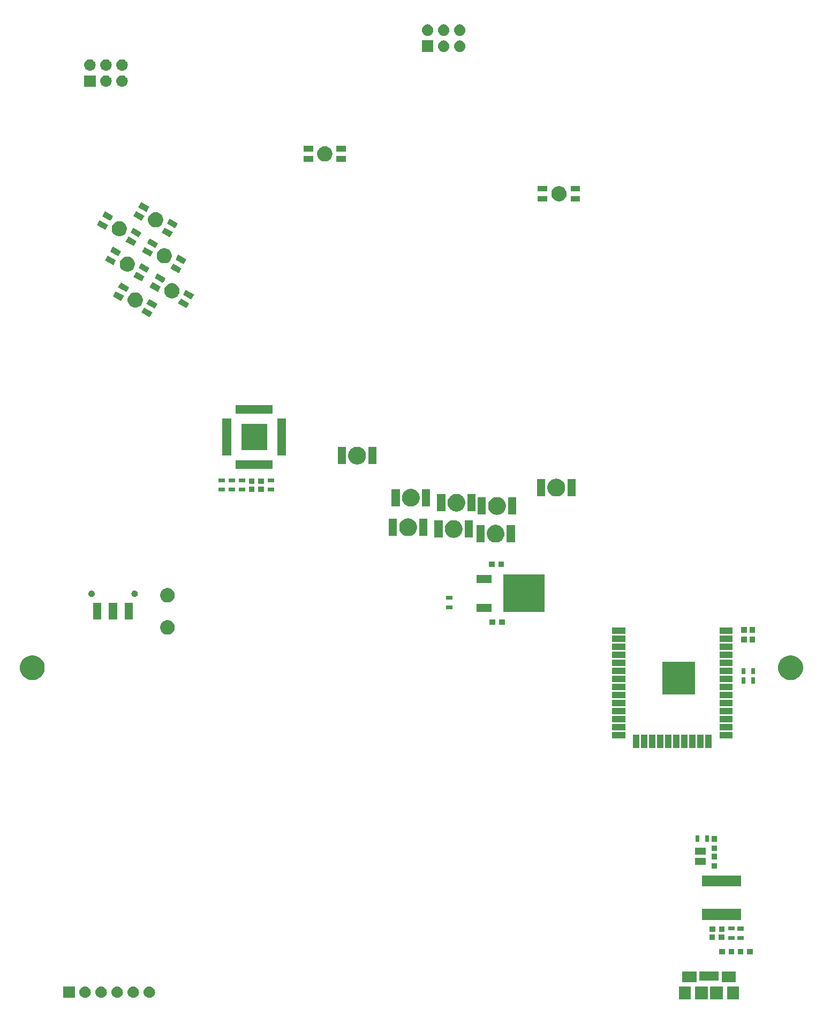
<source format=gbs>
G04 #@! TF.GenerationSoftware,KiCad,Pcbnew,(5.0.2)-1*
G04 #@! TF.CreationDate,2019-03-20T23:13:44-06:00*
G04 #@! TF.ProjectId,Hak4Kidz2019,48616b34-4b69-4647-9a32-3031392e6b69,rev?*
G04 #@! TF.SameCoordinates,Original*
G04 #@! TF.FileFunction,Soldermask,Bot*
G04 #@! TF.FilePolarity,Negative*
%FSLAX46Y46*%
G04 Gerber Fmt 4.6, Leading zero omitted, Abs format (unit mm)*
G04 Created by KiCad (PCBNEW (5.0.2)-1) date 3/20/2019 11:13:44 PM*
%MOMM*%
%LPD*%
G01*
G04 APERTURE LIST*
%ADD10C,0.100000*%
G04 APERTURE END LIST*
D10*
G36*
X147854600Y-180198000D02*
X145952600Y-180198000D01*
X145952600Y-178196000D01*
X147854600Y-178196000D01*
X147854600Y-180198000D01*
X147854600Y-180198000D01*
G37*
G36*
X140254600Y-180198000D02*
X138352600Y-180198000D01*
X138352600Y-178196000D01*
X140254600Y-178196000D01*
X140254600Y-180198000D01*
X140254600Y-180198000D01*
G37*
G36*
X145304600Y-180198000D02*
X143302600Y-180198000D01*
X143302600Y-178196000D01*
X145304600Y-178196000D01*
X145304600Y-180198000D01*
X145304600Y-180198000D01*
G37*
G36*
X142904600Y-180198000D02*
X140902600Y-180198000D01*
X140902600Y-178196000D01*
X142904600Y-178196000D01*
X142904600Y-180198000D01*
X142904600Y-180198000D01*
G37*
G36*
X49640442Y-178175518D02*
X49706627Y-178182037D01*
X49819853Y-178216384D01*
X49876467Y-178233557D01*
X50015087Y-178307652D01*
X50032991Y-178317222D01*
X50068729Y-178346552D01*
X50170186Y-178429814D01*
X50253448Y-178531271D01*
X50282778Y-178567009D01*
X50282779Y-178567011D01*
X50366443Y-178723533D01*
X50366443Y-178723534D01*
X50417963Y-178893373D01*
X50435359Y-179070000D01*
X50417963Y-179246627D01*
X50383616Y-179359853D01*
X50366443Y-179416467D01*
X50292348Y-179555087D01*
X50282778Y-179572991D01*
X50253448Y-179608729D01*
X50170186Y-179710186D01*
X50068729Y-179793448D01*
X50032991Y-179822778D01*
X50032989Y-179822779D01*
X49876467Y-179906443D01*
X49819853Y-179923616D01*
X49706627Y-179957963D01*
X49640442Y-179964482D01*
X49574260Y-179971000D01*
X49485740Y-179971000D01*
X49419558Y-179964482D01*
X49353373Y-179957963D01*
X49240147Y-179923616D01*
X49183533Y-179906443D01*
X49027011Y-179822779D01*
X49027009Y-179822778D01*
X48991271Y-179793448D01*
X48889814Y-179710186D01*
X48806552Y-179608729D01*
X48777222Y-179572991D01*
X48767652Y-179555087D01*
X48693557Y-179416467D01*
X48676384Y-179359853D01*
X48642037Y-179246627D01*
X48624641Y-179070000D01*
X48642037Y-178893373D01*
X48693557Y-178723534D01*
X48693557Y-178723533D01*
X48777221Y-178567011D01*
X48777222Y-178567009D01*
X48806552Y-178531271D01*
X48889814Y-178429814D01*
X48991271Y-178346552D01*
X49027009Y-178317222D01*
X49044913Y-178307652D01*
X49183533Y-178233557D01*
X49240147Y-178216384D01*
X49353373Y-178182037D01*
X49419558Y-178175518D01*
X49485740Y-178169000D01*
X49574260Y-178169000D01*
X49640442Y-178175518D01*
X49640442Y-178175518D01*
G37*
G36*
X54720442Y-178175518D02*
X54786627Y-178182037D01*
X54899853Y-178216384D01*
X54956467Y-178233557D01*
X55095087Y-178307652D01*
X55112991Y-178317222D01*
X55148729Y-178346552D01*
X55250186Y-178429814D01*
X55333448Y-178531271D01*
X55362778Y-178567009D01*
X55362779Y-178567011D01*
X55446443Y-178723533D01*
X55446443Y-178723534D01*
X55497963Y-178893373D01*
X55515359Y-179070000D01*
X55497963Y-179246627D01*
X55463616Y-179359853D01*
X55446443Y-179416467D01*
X55372348Y-179555087D01*
X55362778Y-179572991D01*
X55333448Y-179608729D01*
X55250186Y-179710186D01*
X55148729Y-179793448D01*
X55112991Y-179822778D01*
X55112989Y-179822779D01*
X54956467Y-179906443D01*
X54899853Y-179923616D01*
X54786627Y-179957963D01*
X54720442Y-179964482D01*
X54654260Y-179971000D01*
X54565740Y-179971000D01*
X54499558Y-179964482D01*
X54433373Y-179957963D01*
X54320147Y-179923616D01*
X54263533Y-179906443D01*
X54107011Y-179822779D01*
X54107009Y-179822778D01*
X54071271Y-179793448D01*
X53969814Y-179710186D01*
X53886552Y-179608729D01*
X53857222Y-179572991D01*
X53847652Y-179555087D01*
X53773557Y-179416467D01*
X53756384Y-179359853D01*
X53722037Y-179246627D01*
X53704641Y-179070000D01*
X53722037Y-178893373D01*
X53773557Y-178723534D01*
X53773557Y-178723533D01*
X53857221Y-178567011D01*
X53857222Y-178567009D01*
X53886552Y-178531271D01*
X53969814Y-178429814D01*
X54071271Y-178346552D01*
X54107009Y-178317222D01*
X54124913Y-178307652D01*
X54263533Y-178233557D01*
X54320147Y-178216384D01*
X54433373Y-178182037D01*
X54499558Y-178175518D01*
X54565740Y-178169000D01*
X54654260Y-178169000D01*
X54720442Y-178175518D01*
X54720442Y-178175518D01*
G37*
G36*
X52180442Y-178175518D02*
X52246627Y-178182037D01*
X52359853Y-178216384D01*
X52416467Y-178233557D01*
X52555087Y-178307652D01*
X52572991Y-178317222D01*
X52608729Y-178346552D01*
X52710186Y-178429814D01*
X52793448Y-178531271D01*
X52822778Y-178567009D01*
X52822779Y-178567011D01*
X52906443Y-178723533D01*
X52906443Y-178723534D01*
X52957963Y-178893373D01*
X52975359Y-179070000D01*
X52957963Y-179246627D01*
X52923616Y-179359853D01*
X52906443Y-179416467D01*
X52832348Y-179555087D01*
X52822778Y-179572991D01*
X52793448Y-179608729D01*
X52710186Y-179710186D01*
X52608729Y-179793448D01*
X52572991Y-179822778D01*
X52572989Y-179822779D01*
X52416467Y-179906443D01*
X52359853Y-179923616D01*
X52246627Y-179957963D01*
X52180442Y-179964482D01*
X52114260Y-179971000D01*
X52025740Y-179971000D01*
X51959558Y-179964482D01*
X51893373Y-179957963D01*
X51780147Y-179923616D01*
X51723533Y-179906443D01*
X51567011Y-179822779D01*
X51567009Y-179822778D01*
X51531271Y-179793448D01*
X51429814Y-179710186D01*
X51346552Y-179608729D01*
X51317222Y-179572991D01*
X51307652Y-179555087D01*
X51233557Y-179416467D01*
X51216384Y-179359853D01*
X51182037Y-179246627D01*
X51164641Y-179070000D01*
X51182037Y-178893373D01*
X51233557Y-178723534D01*
X51233557Y-178723533D01*
X51317221Y-178567011D01*
X51317222Y-178567009D01*
X51346552Y-178531271D01*
X51429814Y-178429814D01*
X51531271Y-178346552D01*
X51567009Y-178317222D01*
X51584913Y-178307652D01*
X51723533Y-178233557D01*
X51780147Y-178216384D01*
X51893373Y-178182037D01*
X51959558Y-178175518D01*
X52025740Y-178169000D01*
X52114260Y-178169000D01*
X52180442Y-178175518D01*
X52180442Y-178175518D01*
G37*
G36*
X44560442Y-178175518D02*
X44626627Y-178182037D01*
X44739853Y-178216384D01*
X44796467Y-178233557D01*
X44935087Y-178307652D01*
X44952991Y-178317222D01*
X44988729Y-178346552D01*
X45090186Y-178429814D01*
X45173448Y-178531271D01*
X45202778Y-178567009D01*
X45202779Y-178567011D01*
X45286443Y-178723533D01*
X45286443Y-178723534D01*
X45337963Y-178893373D01*
X45355359Y-179070000D01*
X45337963Y-179246627D01*
X45303616Y-179359853D01*
X45286443Y-179416467D01*
X45212348Y-179555087D01*
X45202778Y-179572991D01*
X45173448Y-179608729D01*
X45090186Y-179710186D01*
X44988729Y-179793448D01*
X44952991Y-179822778D01*
X44952989Y-179822779D01*
X44796467Y-179906443D01*
X44739853Y-179923616D01*
X44626627Y-179957963D01*
X44560442Y-179964482D01*
X44494260Y-179971000D01*
X44405740Y-179971000D01*
X44339558Y-179964482D01*
X44273373Y-179957963D01*
X44160147Y-179923616D01*
X44103533Y-179906443D01*
X43947011Y-179822779D01*
X43947009Y-179822778D01*
X43911271Y-179793448D01*
X43809814Y-179710186D01*
X43726552Y-179608729D01*
X43697222Y-179572991D01*
X43687652Y-179555087D01*
X43613557Y-179416467D01*
X43596384Y-179359853D01*
X43562037Y-179246627D01*
X43544641Y-179070000D01*
X43562037Y-178893373D01*
X43613557Y-178723534D01*
X43613557Y-178723533D01*
X43697221Y-178567011D01*
X43697222Y-178567009D01*
X43726552Y-178531271D01*
X43809814Y-178429814D01*
X43911271Y-178346552D01*
X43947009Y-178317222D01*
X43964913Y-178307652D01*
X44103533Y-178233557D01*
X44160147Y-178216384D01*
X44273373Y-178182037D01*
X44339558Y-178175518D01*
X44405740Y-178169000D01*
X44494260Y-178169000D01*
X44560442Y-178175518D01*
X44560442Y-178175518D01*
G37*
G36*
X47100442Y-178175518D02*
X47166627Y-178182037D01*
X47279853Y-178216384D01*
X47336467Y-178233557D01*
X47475087Y-178307652D01*
X47492991Y-178317222D01*
X47528729Y-178346552D01*
X47630186Y-178429814D01*
X47713448Y-178531271D01*
X47742778Y-178567009D01*
X47742779Y-178567011D01*
X47826443Y-178723533D01*
X47826443Y-178723534D01*
X47877963Y-178893373D01*
X47895359Y-179070000D01*
X47877963Y-179246627D01*
X47843616Y-179359853D01*
X47826443Y-179416467D01*
X47752348Y-179555087D01*
X47742778Y-179572991D01*
X47713448Y-179608729D01*
X47630186Y-179710186D01*
X47528729Y-179793448D01*
X47492991Y-179822778D01*
X47492989Y-179822779D01*
X47336467Y-179906443D01*
X47279853Y-179923616D01*
X47166627Y-179957963D01*
X47100442Y-179964482D01*
X47034260Y-179971000D01*
X46945740Y-179971000D01*
X46879558Y-179964482D01*
X46813373Y-179957963D01*
X46700147Y-179923616D01*
X46643533Y-179906443D01*
X46487011Y-179822779D01*
X46487009Y-179822778D01*
X46451271Y-179793448D01*
X46349814Y-179710186D01*
X46266552Y-179608729D01*
X46237222Y-179572991D01*
X46227652Y-179555087D01*
X46153557Y-179416467D01*
X46136384Y-179359853D01*
X46102037Y-179246627D01*
X46084641Y-179070000D01*
X46102037Y-178893373D01*
X46153557Y-178723534D01*
X46153557Y-178723533D01*
X46237221Y-178567011D01*
X46237222Y-178567009D01*
X46266552Y-178531271D01*
X46349814Y-178429814D01*
X46451271Y-178346552D01*
X46487009Y-178317222D01*
X46504913Y-178307652D01*
X46643533Y-178233557D01*
X46700147Y-178216384D01*
X46813373Y-178182037D01*
X46879558Y-178175518D01*
X46945740Y-178169000D01*
X47034260Y-178169000D01*
X47100442Y-178175518D01*
X47100442Y-178175518D01*
G37*
G36*
X42811000Y-179971000D02*
X41009000Y-179971000D01*
X41009000Y-178169000D01*
X42811000Y-178169000D01*
X42811000Y-179971000D01*
X42811000Y-179971000D01*
G37*
G36*
X147304600Y-177498000D02*
X145102600Y-177498000D01*
X145102600Y-175796000D01*
X147304600Y-175796000D01*
X147304600Y-177498000D01*
X147304600Y-177498000D01*
G37*
G36*
X141104600Y-177498000D02*
X138902600Y-177498000D01*
X138902600Y-175796000D01*
X141104600Y-175796000D01*
X141104600Y-177498000D01*
X141104600Y-177498000D01*
G37*
G36*
X144654600Y-177248000D02*
X141552600Y-177248000D01*
X141552600Y-175796000D01*
X144654600Y-175796000D01*
X144654600Y-177248000D01*
X144654600Y-177248000D01*
G37*
G36*
X148545000Y-173069800D02*
X147643000Y-173069800D01*
X147643000Y-172217800D01*
X148545000Y-172217800D01*
X148545000Y-173069800D01*
X148545000Y-173069800D01*
G37*
G36*
X147112000Y-173069800D02*
X146210000Y-173069800D01*
X146210000Y-172217800D01*
X147112000Y-172217800D01*
X147112000Y-173069800D01*
X147112000Y-173069800D01*
G37*
G36*
X145612000Y-173069800D02*
X144710000Y-173069800D01*
X144710000Y-172217800D01*
X145612000Y-172217800D01*
X145612000Y-173069800D01*
X145612000Y-173069800D01*
G37*
G36*
X150045000Y-173069800D02*
X149143000Y-173069800D01*
X149143000Y-172217800D01*
X150045000Y-172217800D01*
X150045000Y-173069800D01*
X150045000Y-173069800D01*
G37*
G36*
X148608400Y-170836600D02*
X147606400Y-170836600D01*
X147606400Y-170234600D01*
X148608400Y-170234600D01*
X148608400Y-170836600D01*
X148608400Y-170836600D01*
G37*
G36*
X147186000Y-170824600D02*
X146184000Y-170824600D01*
X146184000Y-170222600D01*
X147186000Y-170222600D01*
X147186000Y-170824600D01*
X147186000Y-170824600D01*
G37*
G36*
X145561200Y-170809200D02*
X144659200Y-170809200D01*
X144659200Y-169957200D01*
X145561200Y-169957200D01*
X145561200Y-170809200D01*
X145561200Y-170809200D01*
G37*
G36*
X144061200Y-170809200D02*
X143159200Y-170809200D01*
X143159200Y-169957200D01*
X144061200Y-169957200D01*
X144061200Y-170809200D01*
X144061200Y-170809200D01*
G37*
G36*
X145574600Y-169513800D02*
X144672600Y-169513800D01*
X144672600Y-168661800D01*
X145574600Y-168661800D01*
X145574600Y-169513800D01*
X145574600Y-169513800D01*
G37*
G36*
X144074600Y-169513800D02*
X143172600Y-169513800D01*
X143172600Y-168661800D01*
X144074600Y-168661800D01*
X144074600Y-169513800D01*
X144074600Y-169513800D01*
G37*
G36*
X148608400Y-169336600D02*
X147606400Y-169336600D01*
X147606400Y-168734600D01*
X148608400Y-168734600D01*
X148608400Y-169336600D01*
X148608400Y-169336600D01*
G37*
G36*
X147186000Y-169324600D02*
X146184000Y-169324600D01*
X146184000Y-168722600D01*
X147186000Y-168722600D01*
X147186000Y-169324600D01*
X147186000Y-169324600D01*
G37*
G36*
X148198300Y-167640100D02*
X141971300Y-167640100D01*
X141971300Y-165938100D01*
X148198300Y-165938100D01*
X148198300Y-167640100D01*
X148198300Y-167640100D01*
G37*
G36*
X148198300Y-162331500D02*
X141971300Y-162331500D01*
X141971300Y-160629500D01*
X148198300Y-160629500D01*
X148198300Y-162331500D01*
X148198300Y-162331500D01*
G37*
G36*
X144342400Y-159583400D02*
X143490400Y-159583400D01*
X143490400Y-158681400D01*
X144342400Y-158681400D01*
X144342400Y-159583400D01*
X144342400Y-159583400D01*
G37*
G36*
X142605960Y-158949590D02*
X140908840Y-158949590D01*
X140908840Y-157859530D01*
X142605960Y-157859530D01*
X142605960Y-158949590D01*
X142605960Y-158949590D01*
G37*
G36*
X144342400Y-158083400D02*
X143490400Y-158083400D01*
X143490400Y-157181400D01*
X144342400Y-157181400D01*
X144342400Y-158083400D01*
X144342400Y-158083400D01*
G37*
G36*
X142605960Y-157344310D02*
X140908840Y-157344310D01*
X140908840Y-156254250D01*
X142605960Y-156254250D01*
X142605960Y-157344310D01*
X142605960Y-157344310D01*
G37*
G36*
X144342400Y-156788000D02*
X143490400Y-156788000D01*
X143490400Y-155886000D01*
X144342400Y-155886000D01*
X144342400Y-156788000D01*
X144342400Y-156788000D01*
G37*
G36*
X141562400Y-155314000D02*
X140960400Y-155314000D01*
X140960400Y-154312000D01*
X141562400Y-154312000D01*
X141562400Y-155314000D01*
X141562400Y-155314000D01*
G37*
G36*
X143062400Y-155314000D02*
X142460400Y-155314000D01*
X142460400Y-154312000D01*
X143062400Y-154312000D01*
X143062400Y-155314000D01*
X143062400Y-155314000D01*
G37*
G36*
X144342400Y-155288000D02*
X143490400Y-155288000D01*
X143490400Y-154386000D01*
X144342400Y-154386000D01*
X144342400Y-155288000D01*
X144342400Y-155288000D01*
G37*
G36*
X133356000Y-140506400D02*
X132354000Y-140506400D01*
X132354000Y-138404400D01*
X133356000Y-138404400D01*
X133356000Y-140506400D01*
X133356000Y-140506400D01*
G37*
G36*
X138436000Y-140506400D02*
X137434000Y-140506400D01*
X137434000Y-138404400D01*
X138436000Y-138404400D01*
X138436000Y-140506400D01*
X138436000Y-140506400D01*
G37*
G36*
X139706000Y-140506400D02*
X138704000Y-140506400D01*
X138704000Y-138404400D01*
X139706000Y-138404400D01*
X139706000Y-140506400D01*
X139706000Y-140506400D01*
G37*
G36*
X140976000Y-140506400D02*
X139974000Y-140506400D01*
X139974000Y-138404400D01*
X140976000Y-138404400D01*
X140976000Y-140506400D01*
X140976000Y-140506400D01*
G37*
G36*
X137166000Y-140506400D02*
X136164000Y-140506400D01*
X136164000Y-138404400D01*
X137166000Y-138404400D01*
X137166000Y-140506400D01*
X137166000Y-140506400D01*
G37*
G36*
X135896000Y-140506400D02*
X134894000Y-140506400D01*
X134894000Y-138404400D01*
X135896000Y-138404400D01*
X135896000Y-140506400D01*
X135896000Y-140506400D01*
G37*
G36*
X143516000Y-140506400D02*
X142514000Y-140506400D01*
X142514000Y-138404400D01*
X143516000Y-138404400D01*
X143516000Y-140506400D01*
X143516000Y-140506400D01*
G37*
G36*
X142246000Y-140506400D02*
X141244000Y-140506400D01*
X141244000Y-138404400D01*
X142246000Y-138404400D01*
X142246000Y-140506400D01*
X142246000Y-140506400D01*
G37*
G36*
X134626000Y-140506400D02*
X133624000Y-140506400D01*
X133624000Y-138404400D01*
X134626000Y-138404400D01*
X134626000Y-140506400D01*
X134626000Y-140506400D01*
G37*
G36*
X132086000Y-140506400D02*
X131084000Y-140506400D01*
X131084000Y-138404400D01*
X132086000Y-138404400D01*
X132086000Y-140506400D01*
X132086000Y-140506400D01*
G37*
G36*
X146851000Y-138956400D02*
X144749000Y-138956400D01*
X144749000Y-137954400D01*
X146851000Y-137954400D01*
X146851000Y-138956400D01*
X146851000Y-138956400D01*
G37*
G36*
X129851000Y-138956400D02*
X127749000Y-138956400D01*
X127749000Y-137954400D01*
X129851000Y-137954400D01*
X129851000Y-138956400D01*
X129851000Y-138956400D01*
G37*
G36*
X146851000Y-137686400D02*
X144749000Y-137686400D01*
X144749000Y-136684400D01*
X146851000Y-136684400D01*
X146851000Y-137686400D01*
X146851000Y-137686400D01*
G37*
G36*
X129851000Y-137686400D02*
X127749000Y-137686400D01*
X127749000Y-136684400D01*
X129851000Y-136684400D01*
X129851000Y-137686400D01*
X129851000Y-137686400D01*
G37*
G36*
X146851000Y-136416400D02*
X144749000Y-136416400D01*
X144749000Y-135414400D01*
X146851000Y-135414400D01*
X146851000Y-136416400D01*
X146851000Y-136416400D01*
G37*
G36*
X129851000Y-136416400D02*
X127749000Y-136416400D01*
X127749000Y-135414400D01*
X129851000Y-135414400D01*
X129851000Y-136416400D01*
X129851000Y-136416400D01*
G37*
G36*
X146851000Y-135146400D02*
X144749000Y-135146400D01*
X144749000Y-134144400D01*
X146851000Y-134144400D01*
X146851000Y-135146400D01*
X146851000Y-135146400D01*
G37*
G36*
X129851000Y-135146400D02*
X127749000Y-135146400D01*
X127749000Y-134144400D01*
X129851000Y-134144400D01*
X129851000Y-135146400D01*
X129851000Y-135146400D01*
G37*
G36*
X146851000Y-133876400D02*
X144749000Y-133876400D01*
X144749000Y-132874400D01*
X146851000Y-132874400D01*
X146851000Y-133876400D01*
X146851000Y-133876400D01*
G37*
G36*
X129851000Y-133876400D02*
X127749000Y-133876400D01*
X127749000Y-132874400D01*
X129851000Y-132874400D01*
X129851000Y-133876400D01*
X129851000Y-133876400D01*
G37*
G36*
X129851000Y-132606400D02*
X127749000Y-132606400D01*
X127749000Y-131604400D01*
X129851000Y-131604400D01*
X129851000Y-132606400D01*
X129851000Y-132606400D01*
G37*
G36*
X146851000Y-132606400D02*
X144749000Y-132606400D01*
X144749000Y-131604400D01*
X146851000Y-131604400D01*
X146851000Y-132606400D01*
X146851000Y-132606400D01*
G37*
G36*
X140851000Y-131996400D02*
X135749000Y-131996400D01*
X135749000Y-126894400D01*
X140851000Y-126894400D01*
X140851000Y-131996400D01*
X140851000Y-131996400D01*
G37*
G36*
X146851000Y-131336400D02*
X144749000Y-131336400D01*
X144749000Y-130334400D01*
X146851000Y-130334400D01*
X146851000Y-131336400D01*
X146851000Y-131336400D01*
G37*
G36*
X129851000Y-131336400D02*
X127749000Y-131336400D01*
X127749000Y-130334400D01*
X129851000Y-130334400D01*
X129851000Y-131336400D01*
X129851000Y-131336400D01*
G37*
G36*
X150352200Y-130320400D02*
X149750200Y-130320400D01*
X149750200Y-129318400D01*
X150352200Y-129318400D01*
X150352200Y-130320400D01*
X150352200Y-130320400D01*
G37*
G36*
X148852200Y-130320400D02*
X148250200Y-130320400D01*
X148250200Y-129318400D01*
X148852200Y-129318400D01*
X148852200Y-130320400D01*
X148852200Y-130320400D01*
G37*
G36*
X146851000Y-130066400D02*
X144749000Y-130066400D01*
X144749000Y-129064400D01*
X146851000Y-129064400D01*
X146851000Y-130066400D01*
X146851000Y-130066400D01*
G37*
G36*
X129851000Y-130066400D02*
X127749000Y-130066400D01*
X127749000Y-129064400D01*
X129851000Y-129064400D01*
X129851000Y-130066400D01*
X129851000Y-130066400D01*
G37*
G36*
X36544579Y-125894112D02*
X36670544Y-125919168D01*
X36817991Y-125980243D01*
X37026512Y-126066615D01*
X37346880Y-126280678D01*
X37619322Y-126553120D01*
X37833385Y-126873488D01*
X37980832Y-127229457D01*
X38056000Y-127607349D01*
X38056000Y-127992651D01*
X37980832Y-128370543D01*
X37833385Y-128726512D01*
X37619322Y-129046880D01*
X37346880Y-129319322D01*
X37026512Y-129533385D01*
X36817991Y-129619757D01*
X36670544Y-129680832D01*
X36544579Y-129705888D01*
X36292651Y-129756000D01*
X35907349Y-129756000D01*
X35655421Y-129705888D01*
X35529456Y-129680832D01*
X35382009Y-129619757D01*
X35173488Y-129533385D01*
X34853120Y-129319322D01*
X34580678Y-129046880D01*
X34366615Y-128726512D01*
X34219168Y-128370543D01*
X34144000Y-127992651D01*
X34144000Y-127607349D01*
X34219168Y-127229457D01*
X34366615Y-126873488D01*
X34580678Y-126553120D01*
X34853120Y-126280678D01*
X35173488Y-126066615D01*
X35382009Y-125980243D01*
X35529456Y-125919168D01*
X35655421Y-125894112D01*
X35907349Y-125844000D01*
X36292651Y-125844000D01*
X36544579Y-125894112D01*
X36544579Y-125894112D01*
G37*
G36*
X156444579Y-125894112D02*
X156570544Y-125919168D01*
X156717991Y-125980243D01*
X156926512Y-126066615D01*
X157246880Y-126280678D01*
X157519322Y-126553120D01*
X157733385Y-126873488D01*
X157880832Y-127229457D01*
X157956000Y-127607349D01*
X157956000Y-127992651D01*
X157880832Y-128370543D01*
X157733385Y-128726512D01*
X157519322Y-129046880D01*
X157246880Y-129319322D01*
X156926512Y-129533385D01*
X156717991Y-129619757D01*
X156570544Y-129680832D01*
X156444579Y-129705888D01*
X156192651Y-129756000D01*
X155807349Y-129756000D01*
X155555421Y-129705888D01*
X155429456Y-129680832D01*
X155282009Y-129619757D01*
X155073488Y-129533385D01*
X154753120Y-129319322D01*
X154480678Y-129046880D01*
X154266615Y-128726512D01*
X154119168Y-128370543D01*
X154044000Y-127992651D01*
X154044000Y-127607349D01*
X154119168Y-127229457D01*
X154266615Y-126873488D01*
X154480678Y-126553120D01*
X154753120Y-126280678D01*
X155073488Y-126066615D01*
X155282009Y-125980243D01*
X155429456Y-125919168D01*
X155555421Y-125894112D01*
X155807349Y-125844000D01*
X156192651Y-125844000D01*
X156444579Y-125894112D01*
X156444579Y-125894112D01*
G37*
G36*
X150352200Y-128847200D02*
X149750200Y-128847200D01*
X149750200Y-127845200D01*
X150352200Y-127845200D01*
X150352200Y-128847200D01*
X150352200Y-128847200D01*
G37*
G36*
X148852200Y-128847200D02*
X148250200Y-128847200D01*
X148250200Y-127845200D01*
X148852200Y-127845200D01*
X148852200Y-128847200D01*
X148852200Y-128847200D01*
G37*
G36*
X146851000Y-128796400D02*
X144749000Y-128796400D01*
X144749000Y-127794400D01*
X146851000Y-127794400D01*
X146851000Y-128796400D01*
X146851000Y-128796400D01*
G37*
G36*
X129851000Y-128796400D02*
X127749000Y-128796400D01*
X127749000Y-127794400D01*
X129851000Y-127794400D01*
X129851000Y-128796400D01*
X129851000Y-128796400D01*
G37*
G36*
X146851000Y-127526400D02*
X144749000Y-127526400D01*
X144749000Y-126524400D01*
X146851000Y-126524400D01*
X146851000Y-127526400D01*
X146851000Y-127526400D01*
G37*
G36*
X129851000Y-127526400D02*
X127749000Y-127526400D01*
X127749000Y-126524400D01*
X129851000Y-126524400D01*
X129851000Y-127526400D01*
X129851000Y-127526400D01*
G37*
G36*
X146851000Y-126256400D02*
X144749000Y-126256400D01*
X144749000Y-125254400D01*
X146851000Y-125254400D01*
X146851000Y-126256400D01*
X146851000Y-126256400D01*
G37*
G36*
X129851000Y-126256400D02*
X127749000Y-126256400D01*
X127749000Y-125254400D01*
X129851000Y-125254400D01*
X129851000Y-126256400D01*
X129851000Y-126256400D01*
G37*
G36*
X129851000Y-124986400D02*
X127749000Y-124986400D01*
X127749000Y-123984400D01*
X129851000Y-123984400D01*
X129851000Y-124986400D01*
X129851000Y-124986400D01*
G37*
G36*
X146851000Y-124986400D02*
X144749000Y-124986400D01*
X144749000Y-123984400D01*
X146851000Y-123984400D01*
X146851000Y-124986400D01*
X146851000Y-124986400D01*
G37*
G36*
X149066800Y-123781400D02*
X148214800Y-123781400D01*
X148214800Y-122879400D01*
X149066800Y-122879400D01*
X149066800Y-123781400D01*
X149066800Y-123781400D01*
G37*
G36*
X150387600Y-123781400D02*
X149535600Y-123781400D01*
X149535600Y-122879400D01*
X150387600Y-122879400D01*
X150387600Y-123781400D01*
X150387600Y-123781400D01*
G37*
G36*
X129851000Y-123716400D02*
X127749000Y-123716400D01*
X127749000Y-122714400D01*
X129851000Y-122714400D01*
X129851000Y-123716400D01*
X129851000Y-123716400D01*
G37*
G36*
X146851000Y-123716400D02*
X144749000Y-123716400D01*
X144749000Y-122714400D01*
X146851000Y-122714400D01*
X146851000Y-123716400D01*
X146851000Y-123716400D01*
G37*
G36*
X57815934Y-120330632D02*
X58025402Y-120417396D01*
X58213923Y-120543362D01*
X58374238Y-120703677D01*
X58500204Y-120892198D01*
X58586968Y-121101666D01*
X58631200Y-121324035D01*
X58631200Y-121550765D01*
X58586968Y-121773134D01*
X58500204Y-121982602D01*
X58374238Y-122171123D01*
X58213923Y-122331438D01*
X58025402Y-122457404D01*
X57815934Y-122544168D01*
X57593565Y-122588400D01*
X57366835Y-122588400D01*
X57144466Y-122544168D01*
X56934998Y-122457404D01*
X56746477Y-122331438D01*
X56586162Y-122171123D01*
X56460196Y-121982602D01*
X56373432Y-121773134D01*
X56329200Y-121550765D01*
X56329200Y-121324035D01*
X56373432Y-121101666D01*
X56460196Y-120892198D01*
X56586162Y-120703677D01*
X56746477Y-120543362D01*
X56934998Y-120417396D01*
X57144466Y-120330632D01*
X57366835Y-120286400D01*
X57593565Y-120286400D01*
X57815934Y-120330632D01*
X57815934Y-120330632D01*
G37*
G36*
X129851000Y-122446400D02*
X127749000Y-122446400D01*
X127749000Y-121444400D01*
X129851000Y-121444400D01*
X129851000Y-122446400D01*
X129851000Y-122446400D01*
G37*
G36*
X146851000Y-122446400D02*
X144749000Y-122446400D01*
X144749000Y-121444400D01*
X146851000Y-121444400D01*
X146851000Y-122446400D01*
X146851000Y-122446400D01*
G37*
G36*
X150387600Y-122281400D02*
X149535600Y-122281400D01*
X149535600Y-121379400D01*
X150387600Y-121379400D01*
X150387600Y-122281400D01*
X150387600Y-122281400D01*
G37*
G36*
X149066800Y-122281400D02*
X148214800Y-122281400D01*
X148214800Y-121379400D01*
X149066800Y-121379400D01*
X149066800Y-122281400D01*
X149066800Y-122281400D01*
G37*
G36*
X109315400Y-120999800D02*
X108413400Y-120999800D01*
X108413400Y-120147800D01*
X109315400Y-120147800D01*
X109315400Y-120999800D01*
X109315400Y-120999800D01*
G37*
G36*
X110815400Y-120999800D02*
X109913400Y-120999800D01*
X109913400Y-120147800D01*
X110815400Y-120147800D01*
X110815400Y-120999800D01*
X110815400Y-120999800D01*
G37*
G36*
X52020600Y-120154400D02*
X50718600Y-120154400D01*
X50718600Y-117552400D01*
X52020600Y-117552400D01*
X52020600Y-120154400D01*
X52020600Y-120154400D01*
G37*
G36*
X49520600Y-120154400D02*
X48218600Y-120154400D01*
X48218600Y-117552400D01*
X49520600Y-117552400D01*
X49520600Y-120154400D01*
X49520600Y-120154400D01*
G37*
G36*
X47020600Y-120154400D02*
X45718600Y-120154400D01*
X45718600Y-117552400D01*
X47020600Y-117552400D01*
X47020600Y-120154400D01*
X47020600Y-120154400D01*
G37*
G36*
X117085600Y-119003600D02*
X110583600Y-119003600D01*
X110583600Y-113101600D01*
X117085600Y-113101600D01*
X117085600Y-119003600D01*
X117085600Y-119003600D01*
G37*
G36*
X108685600Y-118983600D02*
X106383600Y-118983600D01*
X106383600Y-117681600D01*
X108685600Y-117681600D01*
X108685600Y-118983600D01*
X108685600Y-118983600D01*
G37*
G36*
X102558200Y-118539400D02*
X101556200Y-118539400D01*
X101556200Y-117937400D01*
X102558200Y-117937400D01*
X102558200Y-118539400D01*
X102558200Y-118539400D01*
G37*
G36*
X57815934Y-115250632D02*
X58025402Y-115337396D01*
X58213923Y-115463362D01*
X58374238Y-115623677D01*
X58500204Y-115812198D01*
X58586968Y-116021666D01*
X58631200Y-116244035D01*
X58631200Y-116470765D01*
X58586968Y-116693134D01*
X58500204Y-116902602D01*
X58374238Y-117091123D01*
X58213923Y-117251438D01*
X58025402Y-117377404D01*
X57815934Y-117464168D01*
X57593565Y-117508400D01*
X57366835Y-117508400D01*
X57144466Y-117464168D01*
X56934998Y-117377404D01*
X56746477Y-117251438D01*
X56586162Y-117091123D01*
X56460196Y-116902602D01*
X56373432Y-116693134D01*
X56329200Y-116470765D01*
X56329200Y-116244035D01*
X56373432Y-116021666D01*
X56460196Y-115812198D01*
X56586162Y-115623677D01*
X56746477Y-115463362D01*
X56934998Y-115337396D01*
X57144466Y-115250632D01*
X57366835Y-115206400D01*
X57593565Y-115206400D01*
X57815934Y-115250632D01*
X57815934Y-115250632D01*
G37*
G36*
X102558200Y-117039400D02*
X101556200Y-117039400D01*
X101556200Y-116437400D01*
X102558200Y-116437400D01*
X102558200Y-117039400D01*
X102558200Y-117039400D01*
G37*
G36*
X52415736Y-115621653D02*
X52506912Y-115659419D01*
X52588972Y-115714250D01*
X52658750Y-115784028D01*
X52713581Y-115866088D01*
X52751347Y-115957264D01*
X52770600Y-116054056D01*
X52770600Y-116152744D01*
X52751347Y-116249536D01*
X52713581Y-116340712D01*
X52658750Y-116422772D01*
X52588972Y-116492550D01*
X52506912Y-116547381D01*
X52415736Y-116585147D01*
X52318944Y-116604400D01*
X52220256Y-116604400D01*
X52123464Y-116585147D01*
X52032288Y-116547381D01*
X51950228Y-116492550D01*
X51880450Y-116422772D01*
X51825619Y-116340712D01*
X51787853Y-116249536D01*
X51768600Y-116152744D01*
X51768600Y-116054056D01*
X51787853Y-115957264D01*
X51825619Y-115866088D01*
X51880450Y-115784028D01*
X51950228Y-115714250D01*
X52032288Y-115659419D01*
X52123464Y-115621653D01*
X52220256Y-115602400D01*
X52318944Y-115602400D01*
X52415736Y-115621653D01*
X52415736Y-115621653D01*
G37*
G36*
X45615736Y-115621653D02*
X45706912Y-115659419D01*
X45788972Y-115714250D01*
X45858750Y-115784028D01*
X45913581Y-115866088D01*
X45951347Y-115957264D01*
X45970600Y-116054056D01*
X45970600Y-116152744D01*
X45951347Y-116249536D01*
X45913581Y-116340712D01*
X45858750Y-116422772D01*
X45788972Y-116492550D01*
X45706912Y-116547381D01*
X45615736Y-116585147D01*
X45518944Y-116604400D01*
X45420256Y-116604400D01*
X45323464Y-116585147D01*
X45232288Y-116547381D01*
X45150228Y-116492550D01*
X45080450Y-116422772D01*
X45025619Y-116340712D01*
X44987853Y-116249536D01*
X44968600Y-116152744D01*
X44968600Y-116054056D01*
X44987853Y-115957264D01*
X45025619Y-115866088D01*
X45080450Y-115784028D01*
X45150228Y-115714250D01*
X45232288Y-115659419D01*
X45323464Y-115621653D01*
X45420256Y-115602400D01*
X45518944Y-115602400D01*
X45615736Y-115621653D01*
X45615736Y-115621653D01*
G37*
G36*
X108685600Y-114423600D02*
X106383600Y-114423600D01*
X106383600Y-113121600D01*
X108685600Y-113121600D01*
X108685600Y-114423600D01*
X108685600Y-114423600D01*
G37*
G36*
X109187000Y-111881200D02*
X108285000Y-111881200D01*
X108285000Y-111029200D01*
X109187000Y-111029200D01*
X109187000Y-111881200D01*
X109187000Y-111881200D01*
G37*
G36*
X110687000Y-111881200D02*
X109785000Y-111881200D01*
X109785000Y-111029200D01*
X110687000Y-111029200D01*
X110687000Y-111881200D01*
X110687000Y-111881200D01*
G37*
G36*
X109633126Y-105256100D02*
X109768365Y-105283001D01*
X110023149Y-105388536D01*
X110153018Y-105475312D01*
X110252451Y-105541751D01*
X110447449Y-105736749D01*
X110447451Y-105736752D01*
X110600664Y-105966051D01*
X110706199Y-106220835D01*
X110760000Y-106491312D01*
X110760000Y-106767088D01*
X110717640Y-106980049D01*
X110706199Y-107037564D01*
X110600665Y-107292347D01*
X110447449Y-107521651D01*
X110252451Y-107716649D01*
X110252448Y-107716651D01*
X110023149Y-107869864D01*
X109768365Y-107975399D01*
X109633127Y-108002299D01*
X109497889Y-108029200D01*
X109222111Y-108029200D01*
X109086873Y-108002299D01*
X108951635Y-107975399D01*
X108696851Y-107869864D01*
X108467552Y-107716651D01*
X108467549Y-107716649D01*
X108272551Y-107521651D01*
X108119335Y-107292347D01*
X108013801Y-107037564D01*
X108002361Y-106980049D01*
X107960000Y-106767088D01*
X107960000Y-106491312D01*
X108013801Y-106220835D01*
X108119336Y-105966051D01*
X108272549Y-105736752D01*
X108272551Y-105736749D01*
X108467549Y-105541751D01*
X108566982Y-105475312D01*
X108696851Y-105388536D01*
X108951635Y-105283001D01*
X109086874Y-105256100D01*
X109222111Y-105229200D01*
X109497889Y-105229200D01*
X109633126Y-105256100D01*
X109633126Y-105256100D01*
G37*
G36*
X107611000Y-107980200D02*
X106309000Y-107980200D01*
X106309000Y-105278200D01*
X107611000Y-105278200D01*
X107611000Y-107980200D01*
X107611000Y-107980200D01*
G37*
G36*
X112411000Y-107980200D02*
X111109000Y-107980200D01*
X111109000Y-105278200D01*
X112411000Y-105278200D01*
X112411000Y-107980200D01*
X112411000Y-107980200D01*
G37*
G36*
X103003726Y-104519500D02*
X103138965Y-104546401D01*
X103393749Y-104651936D01*
X103496739Y-104720752D01*
X103623051Y-104805151D01*
X103818049Y-105000149D01*
X103818051Y-105000152D01*
X103954817Y-105204836D01*
X103971265Y-105229453D01*
X103993445Y-105283001D01*
X104076799Y-105484235D01*
X104103700Y-105619474D01*
X104129880Y-105751089D01*
X104130600Y-105754712D01*
X104130600Y-106030488D01*
X104076799Y-106300965D01*
X103971264Y-106555749D01*
X103830051Y-106767089D01*
X103818049Y-106785051D01*
X103623051Y-106980049D01*
X103623048Y-106980051D01*
X103393749Y-107133264D01*
X103138965Y-107238799D01*
X103003726Y-107265700D01*
X102868489Y-107292600D01*
X102592711Y-107292600D01*
X102457474Y-107265700D01*
X102322235Y-107238799D01*
X102067451Y-107133264D01*
X101838152Y-106980051D01*
X101838149Y-106980049D01*
X101643151Y-106785051D01*
X101631149Y-106767089D01*
X101489936Y-106555749D01*
X101384401Y-106300965D01*
X101330600Y-106030488D01*
X101330600Y-105754712D01*
X101331321Y-105751089D01*
X101357500Y-105619474D01*
X101384401Y-105484235D01*
X101467755Y-105283001D01*
X101489935Y-105229453D01*
X101506384Y-105204836D01*
X101643149Y-105000152D01*
X101643151Y-105000149D01*
X101838149Y-104805151D01*
X101964461Y-104720752D01*
X102067451Y-104651936D01*
X102322235Y-104546401D01*
X102457474Y-104519500D01*
X102592711Y-104492600D01*
X102868489Y-104492600D01*
X103003726Y-104519500D01*
X103003726Y-104519500D01*
G37*
G36*
X100981600Y-107243600D02*
X99679600Y-107243600D01*
X99679600Y-104541600D01*
X100981600Y-104541600D01*
X100981600Y-107243600D01*
X100981600Y-107243600D01*
G37*
G36*
X105781600Y-107243600D02*
X104479600Y-107243600D01*
X104479600Y-104541600D01*
X105781600Y-104541600D01*
X105781600Y-107243600D01*
X105781600Y-107243600D01*
G37*
G36*
X95790127Y-104240101D02*
X95925365Y-104267001D01*
X96180149Y-104372536D01*
X96359837Y-104492600D01*
X96409451Y-104525751D01*
X96604449Y-104720749D01*
X96757665Y-104950053D01*
X96863199Y-105204836D01*
X96917000Y-105475311D01*
X96917000Y-105751089D01*
X96916279Y-105754712D01*
X96863199Y-106021565D01*
X96757664Y-106276349D01*
X96741216Y-106300965D01*
X96604449Y-106505651D01*
X96409451Y-106700649D01*
X96409448Y-106700651D01*
X96180149Y-106853864D01*
X95925365Y-106959399D01*
X95821550Y-106980049D01*
X95654889Y-107013200D01*
X95379111Y-107013200D01*
X95212450Y-106980049D01*
X95108635Y-106959399D01*
X94853851Y-106853864D01*
X94624552Y-106700651D01*
X94624549Y-106700649D01*
X94429551Y-106505651D01*
X94292784Y-106300965D01*
X94276336Y-106276349D01*
X94170801Y-106021565D01*
X94117721Y-105754712D01*
X94117000Y-105751089D01*
X94117000Y-105475311D01*
X94170801Y-105204836D01*
X94276335Y-104950053D01*
X94429551Y-104720749D01*
X94624549Y-104525751D01*
X94674163Y-104492600D01*
X94853851Y-104372536D01*
X95108635Y-104267001D01*
X95243874Y-104240100D01*
X95379111Y-104213200D01*
X95654889Y-104213200D01*
X95790127Y-104240101D01*
X95790127Y-104240101D01*
G37*
G36*
X98568000Y-106964200D02*
X97266000Y-106964200D01*
X97266000Y-104262200D01*
X98568000Y-104262200D01*
X98568000Y-106964200D01*
X98568000Y-106964200D01*
G37*
G36*
X93768000Y-106964200D02*
X92466000Y-106964200D01*
X92466000Y-104262200D01*
X93768000Y-104262200D01*
X93768000Y-106964200D01*
X93768000Y-106964200D01*
G37*
G36*
X109848726Y-100861900D02*
X109983965Y-100888801D01*
X110238749Y-100994336D01*
X110363196Y-101077489D01*
X110468051Y-101147551D01*
X110663049Y-101342549D01*
X110816265Y-101571853D01*
X110921799Y-101826636D01*
X110975600Y-102097111D01*
X110975600Y-102372889D01*
X110921799Y-102643364D01*
X110816265Y-102898147D01*
X110663049Y-103127451D01*
X110468051Y-103322449D01*
X110468048Y-103322451D01*
X110238749Y-103475664D01*
X109983965Y-103581199D01*
X109848726Y-103608100D01*
X109713489Y-103635000D01*
X109437711Y-103635000D01*
X109302474Y-103608100D01*
X109167235Y-103581199D01*
X108912451Y-103475664D01*
X108683152Y-103322451D01*
X108683149Y-103322449D01*
X108488151Y-103127451D01*
X108334935Y-102898147D01*
X108229401Y-102643364D01*
X108175600Y-102372889D01*
X108175600Y-102097111D01*
X108229401Y-101826636D01*
X108334935Y-101571853D01*
X108488151Y-101342549D01*
X108683149Y-101147551D01*
X108788004Y-101077489D01*
X108912451Y-100994336D01*
X109167235Y-100888801D01*
X109302474Y-100861900D01*
X109437711Y-100835000D01*
X109713489Y-100835000D01*
X109848726Y-100861900D01*
X109848726Y-100861900D01*
G37*
G36*
X112626600Y-103586000D02*
X111324600Y-103586000D01*
X111324600Y-100884000D01*
X112626600Y-100884000D01*
X112626600Y-103586000D01*
X112626600Y-103586000D01*
G37*
G36*
X107826600Y-103586000D02*
X106524600Y-103586000D01*
X106524600Y-100884000D01*
X107826600Y-100884000D01*
X107826600Y-103586000D01*
X107826600Y-103586000D01*
G37*
G36*
X103435526Y-100353900D02*
X103570765Y-100380801D01*
X103825549Y-100486336D01*
X103965824Y-100580065D01*
X104054851Y-100639551D01*
X104249849Y-100834549D01*
X104249851Y-100834552D01*
X104403064Y-101063851D01*
X104508599Y-101318635D01*
X104562400Y-101589112D01*
X104562400Y-101864888D01*
X104508599Y-102135365D01*
X104433975Y-102315523D01*
X104403065Y-102390147D01*
X104249849Y-102619451D01*
X104054851Y-102814449D01*
X104054848Y-102814451D01*
X103825549Y-102967664D01*
X103570765Y-103073199D01*
X103435526Y-103100100D01*
X103300289Y-103127000D01*
X103024511Y-103127000D01*
X102889274Y-103100100D01*
X102754035Y-103073199D01*
X102499251Y-102967664D01*
X102269952Y-102814451D01*
X102269949Y-102814449D01*
X102074951Y-102619451D01*
X101921735Y-102390147D01*
X101890825Y-102315523D01*
X101816201Y-102135365D01*
X101762400Y-101864888D01*
X101762400Y-101589112D01*
X101816201Y-101318635D01*
X101921736Y-101063851D01*
X102074949Y-100834552D01*
X102074951Y-100834549D01*
X102269949Y-100639551D01*
X102358976Y-100580065D01*
X102499251Y-100486336D01*
X102754035Y-100380801D01*
X102889273Y-100353901D01*
X103024511Y-100327000D01*
X103300289Y-100327000D01*
X103435526Y-100353900D01*
X103435526Y-100353900D01*
G37*
G36*
X101413400Y-103078000D02*
X100111400Y-103078000D01*
X100111400Y-100376000D01*
X101413400Y-100376000D01*
X101413400Y-103078000D01*
X101413400Y-103078000D01*
G37*
G36*
X106213400Y-103078000D02*
X104911400Y-103078000D01*
X104911400Y-100376000D01*
X106213400Y-100376000D01*
X106213400Y-103078000D01*
X106213400Y-103078000D01*
G37*
G36*
X96234326Y-99566500D02*
X96369565Y-99593401D01*
X96624349Y-99698936D01*
X96850597Y-99850111D01*
X96853651Y-99852151D01*
X97048649Y-100047149D01*
X97048651Y-100047152D01*
X97201864Y-100276451D01*
X97288801Y-100486335D01*
X97307399Y-100531236D01*
X97361200Y-100801711D01*
X97361200Y-101077489D01*
X97307399Y-101347964D01*
X97201865Y-101602747D01*
X97048649Y-101832051D01*
X96853651Y-102027049D01*
X96853648Y-102027051D01*
X96624349Y-102180264D01*
X96369565Y-102285799D01*
X96234327Y-102312699D01*
X96099089Y-102339600D01*
X95823311Y-102339600D01*
X95688074Y-102312700D01*
X95552835Y-102285799D01*
X95298051Y-102180264D01*
X95068752Y-102027051D01*
X95068749Y-102027049D01*
X94873751Y-101832051D01*
X94720535Y-101602747D01*
X94615001Y-101347964D01*
X94561200Y-101077489D01*
X94561200Y-100801711D01*
X94615001Y-100531236D01*
X94633600Y-100486335D01*
X94720536Y-100276451D01*
X94873749Y-100047152D01*
X94873751Y-100047149D01*
X95068749Y-99852151D01*
X95071803Y-99850111D01*
X95298051Y-99698936D01*
X95552835Y-99593401D01*
X95688074Y-99566500D01*
X95823311Y-99539600D01*
X96099089Y-99539600D01*
X96234326Y-99566500D01*
X96234326Y-99566500D01*
G37*
G36*
X99012200Y-102290600D02*
X97710200Y-102290600D01*
X97710200Y-99588600D01*
X99012200Y-99588600D01*
X99012200Y-102290600D01*
X99012200Y-102290600D01*
G37*
G36*
X94212200Y-102290600D02*
X92910200Y-102290600D01*
X92910200Y-99588600D01*
X94212200Y-99588600D01*
X94212200Y-102290600D01*
X94212200Y-102290600D01*
G37*
G36*
X119234326Y-97966300D02*
X119369565Y-97993201D01*
X119624349Y-98098736D01*
X119850597Y-98249911D01*
X119853651Y-98251951D01*
X120048649Y-98446949D01*
X120201865Y-98676253D01*
X120307399Y-98931036D01*
X120361200Y-99201511D01*
X120361200Y-99477289D01*
X120307399Y-99747764D01*
X120201865Y-100002547D01*
X120048649Y-100231851D01*
X119853651Y-100426849D01*
X119853648Y-100426851D01*
X119624349Y-100580064D01*
X119369565Y-100685599D01*
X119234327Y-100712499D01*
X119099089Y-100739400D01*
X118823311Y-100739400D01*
X118688073Y-100712499D01*
X118552835Y-100685599D01*
X118298051Y-100580064D01*
X118068752Y-100426851D01*
X118068749Y-100426849D01*
X117873751Y-100231851D01*
X117720535Y-100002547D01*
X117615001Y-99747764D01*
X117561200Y-99477289D01*
X117561200Y-99201511D01*
X117615001Y-98931036D01*
X117720535Y-98676253D01*
X117873751Y-98446949D01*
X118068749Y-98251951D01*
X118071803Y-98249911D01*
X118298051Y-98098736D01*
X118552835Y-97993201D01*
X118688074Y-97966300D01*
X118823311Y-97939400D01*
X119099089Y-97939400D01*
X119234326Y-97966300D01*
X119234326Y-97966300D01*
G37*
G36*
X122012200Y-100690400D02*
X120710200Y-100690400D01*
X120710200Y-97988400D01*
X122012200Y-97988400D01*
X122012200Y-100690400D01*
X122012200Y-100690400D01*
G37*
G36*
X117212200Y-100690400D02*
X115910200Y-100690400D01*
X115910200Y-97988400D01*
X117212200Y-97988400D01*
X117212200Y-100690400D01*
X117212200Y-100690400D01*
G37*
G36*
X72727400Y-99994000D02*
X71825400Y-99994000D01*
X71825400Y-99142000D01*
X72727400Y-99142000D01*
X72727400Y-99994000D01*
X72727400Y-99994000D01*
G37*
G36*
X71227400Y-99994000D02*
X70325400Y-99994000D01*
X70325400Y-99142000D01*
X71227400Y-99142000D01*
X71227400Y-99994000D01*
X71227400Y-99994000D01*
G37*
G36*
X74313400Y-99984000D02*
X73311400Y-99984000D01*
X73311400Y-99382000D01*
X74313400Y-99382000D01*
X74313400Y-99984000D01*
X74313400Y-99984000D01*
G37*
G36*
X69741400Y-99984000D02*
X68739400Y-99984000D01*
X68739400Y-99382000D01*
X69741400Y-99382000D01*
X69741400Y-99984000D01*
X69741400Y-99984000D01*
G37*
G36*
X68141200Y-99984000D02*
X67139200Y-99984000D01*
X67139200Y-99382000D01*
X68141200Y-99382000D01*
X68141200Y-99984000D01*
X68141200Y-99984000D01*
G37*
G36*
X66541000Y-99984000D02*
X65539000Y-99984000D01*
X65539000Y-99382000D01*
X66541000Y-99382000D01*
X66541000Y-99984000D01*
X66541000Y-99984000D01*
G37*
G36*
X72727400Y-98724000D02*
X71825400Y-98724000D01*
X71825400Y-97872000D01*
X72727400Y-97872000D01*
X72727400Y-98724000D01*
X72727400Y-98724000D01*
G37*
G36*
X71227400Y-98724000D02*
X70325400Y-98724000D01*
X70325400Y-97872000D01*
X71227400Y-97872000D01*
X71227400Y-98724000D01*
X71227400Y-98724000D01*
G37*
G36*
X74313400Y-98484000D02*
X73311400Y-98484000D01*
X73311400Y-97882000D01*
X74313400Y-97882000D01*
X74313400Y-98484000D01*
X74313400Y-98484000D01*
G37*
G36*
X69741400Y-98484000D02*
X68739400Y-98484000D01*
X68739400Y-97882000D01*
X69741400Y-97882000D01*
X69741400Y-98484000D01*
X69741400Y-98484000D01*
G37*
G36*
X66541000Y-98484000D02*
X65539000Y-98484000D01*
X65539000Y-97882000D01*
X66541000Y-97882000D01*
X66541000Y-98484000D01*
X66541000Y-98484000D01*
G37*
G36*
X68141200Y-98484000D02*
X67139200Y-98484000D01*
X67139200Y-97882000D01*
X68141200Y-97882000D01*
X68141200Y-98484000D01*
X68141200Y-98484000D01*
G37*
G36*
X74124800Y-96408200D02*
X68272800Y-96408200D01*
X68272800Y-95006200D01*
X74124800Y-95006200D01*
X74124800Y-96408200D01*
X74124800Y-96408200D01*
G37*
G36*
X87738326Y-92911700D02*
X87873565Y-92938601D01*
X88128349Y-93044136D01*
X88354597Y-93195311D01*
X88357651Y-93197351D01*
X88552649Y-93392349D01*
X88705865Y-93621653D01*
X88811399Y-93876436D01*
X88865200Y-94146911D01*
X88865200Y-94422689D01*
X88811399Y-94693164D01*
X88705865Y-94947947D01*
X88552649Y-95177251D01*
X88357651Y-95372249D01*
X88357648Y-95372251D01*
X88128349Y-95525464D01*
X87873565Y-95630999D01*
X87738327Y-95657899D01*
X87603089Y-95684800D01*
X87327311Y-95684800D01*
X87192073Y-95657899D01*
X87056835Y-95630999D01*
X86802051Y-95525464D01*
X86572752Y-95372251D01*
X86572749Y-95372249D01*
X86377751Y-95177251D01*
X86224535Y-94947947D01*
X86119001Y-94693164D01*
X86065200Y-94422689D01*
X86065200Y-94146911D01*
X86119001Y-93876436D01*
X86224535Y-93621653D01*
X86377751Y-93392349D01*
X86572749Y-93197351D01*
X86575803Y-93195311D01*
X86802051Y-93044136D01*
X87056835Y-92938601D01*
X87192074Y-92911700D01*
X87327311Y-92884800D01*
X87603089Y-92884800D01*
X87738326Y-92911700D01*
X87738326Y-92911700D01*
G37*
G36*
X90516200Y-95635800D02*
X89214200Y-95635800D01*
X89214200Y-92933800D01*
X90516200Y-92933800D01*
X90516200Y-95635800D01*
X90516200Y-95635800D01*
G37*
G36*
X85716200Y-95635800D02*
X84414200Y-95635800D01*
X84414200Y-92933800D01*
X85716200Y-92933800D01*
X85716200Y-95635800D01*
X85716200Y-95635800D01*
G37*
G36*
X76249800Y-94283200D02*
X74847800Y-94283200D01*
X74847800Y-88431200D01*
X76249800Y-88431200D01*
X76249800Y-94283200D01*
X76249800Y-94283200D01*
G37*
G36*
X67549800Y-94283200D02*
X66147800Y-94283200D01*
X66147800Y-88431200D01*
X67549800Y-88431200D01*
X67549800Y-94283200D01*
X67549800Y-94283200D01*
G37*
G36*
X73249800Y-93408200D02*
X69147800Y-93408200D01*
X69147800Y-89306200D01*
X73249800Y-89306200D01*
X73249800Y-93408200D01*
X73249800Y-93408200D01*
G37*
G36*
X74124800Y-87708200D02*
X68272800Y-87708200D01*
X68272800Y-86306200D01*
X74124800Y-86306200D01*
X74124800Y-87708200D01*
X74124800Y-87708200D01*
G37*
G36*
X55102351Y-71675342D02*
X55102351Y-71675343D01*
X54876851Y-72065920D01*
X54651351Y-72456498D01*
X53350581Y-71705498D01*
X53350581Y-71705497D01*
X53716991Y-71070857D01*
X53801581Y-70924342D01*
X55102351Y-71675342D01*
X55102351Y-71675342D01*
G37*
G36*
X55902351Y-70289702D02*
X55902351Y-70289703D01*
X55802553Y-70462558D01*
X55451351Y-71070858D01*
X54150581Y-70319858D01*
X54150581Y-70319857D01*
X54441604Y-69815791D01*
X54601581Y-69538702D01*
X55902351Y-70289702D01*
X55902351Y-70289702D01*
G37*
G36*
X60893551Y-70227542D02*
X60893551Y-70227543D01*
X60757865Y-70462558D01*
X60442551Y-71008698D01*
X59141781Y-70257698D01*
X59141781Y-70257697D01*
X59508191Y-69623057D01*
X59592781Y-69476542D01*
X60893551Y-70227542D01*
X60893551Y-70227542D01*
G37*
G36*
X52724826Y-68543715D02*
X52943212Y-68634173D01*
X53139758Y-68765501D01*
X53306899Y-68932642D01*
X53438227Y-69129188D01*
X53528685Y-69347574D01*
X53574800Y-69579409D01*
X53574800Y-69815791D01*
X53528685Y-70047626D01*
X53438227Y-70266012D01*
X53306899Y-70462558D01*
X53139758Y-70629699D01*
X52943212Y-70761027D01*
X52724826Y-70851485D01*
X52492991Y-70897600D01*
X52256609Y-70897600D01*
X52024774Y-70851485D01*
X51806388Y-70761027D01*
X51609842Y-70629699D01*
X51442701Y-70462558D01*
X51311373Y-70266012D01*
X51220915Y-70047626D01*
X51174800Y-69815791D01*
X51174800Y-69579409D01*
X51220915Y-69347574D01*
X51311373Y-69129188D01*
X51442701Y-68932642D01*
X51609842Y-68765501D01*
X51806388Y-68634173D01*
X52024774Y-68543715D01*
X52256609Y-68497600D01*
X52492991Y-68497600D01*
X52724826Y-68543715D01*
X52724826Y-68543715D01*
G37*
G36*
X50599019Y-69075342D02*
X50599019Y-69075343D01*
X50461677Y-69313226D01*
X50148019Y-69856498D01*
X48847249Y-69105498D01*
X48847249Y-69105497D01*
X49139198Y-68599827D01*
X49298249Y-68324342D01*
X50599019Y-69075342D01*
X50599019Y-69075342D01*
G37*
G36*
X61693551Y-68841902D02*
X61693551Y-68841903D01*
X61593753Y-69014758D01*
X61242551Y-69623058D01*
X59941781Y-68872058D01*
X59941781Y-68872057D01*
X60232804Y-68367991D01*
X60392781Y-68090902D01*
X61693551Y-68841902D01*
X61693551Y-68841902D01*
G37*
G36*
X58516026Y-67095915D02*
X58734412Y-67186373D01*
X58930958Y-67317701D01*
X59098099Y-67484842D01*
X59229427Y-67681388D01*
X59319885Y-67899774D01*
X59366000Y-68131609D01*
X59366000Y-68367991D01*
X59319885Y-68599826D01*
X59229427Y-68818212D01*
X59098099Y-69014758D01*
X58930958Y-69181899D01*
X58734412Y-69313227D01*
X58516026Y-69403685D01*
X58284191Y-69449800D01*
X58047809Y-69449800D01*
X57815974Y-69403685D01*
X57597588Y-69313227D01*
X57401042Y-69181899D01*
X57233901Y-69014758D01*
X57102573Y-68818212D01*
X57012115Y-68599826D01*
X56966000Y-68367991D01*
X56966000Y-68131609D01*
X57012115Y-67899774D01*
X57102573Y-67681388D01*
X57233901Y-67484842D01*
X57401042Y-67317701D01*
X57597588Y-67186373D01*
X57815974Y-67095915D01*
X58047809Y-67049800D01*
X58284191Y-67049800D01*
X58516026Y-67095915D01*
X58516026Y-67095915D01*
G37*
G36*
X51399019Y-67689702D02*
X51399019Y-67689703D01*
X51277735Y-67899773D01*
X50948019Y-68470858D01*
X49647249Y-67719858D01*
X49647249Y-67719857D01*
X50007482Y-67095916D01*
X50098249Y-66938702D01*
X51399019Y-67689702D01*
X51399019Y-67689702D01*
G37*
G36*
X56390219Y-67627542D02*
X56390219Y-67627543D01*
X56233047Y-67899773D01*
X55939219Y-68408698D01*
X54638449Y-67657698D01*
X54638449Y-67657697D01*
X55004859Y-67023057D01*
X55089449Y-66876542D01*
X56390219Y-67627542D01*
X56390219Y-67627542D01*
G37*
G36*
X57190219Y-66241902D02*
X57190219Y-66241903D01*
X56964719Y-66632480D01*
X56739219Y-67023058D01*
X55438449Y-66272058D01*
X55438449Y-66272057D01*
X55663949Y-65881480D01*
X55889449Y-65490902D01*
X57190219Y-66241902D01*
X57190219Y-66241902D01*
G37*
G36*
X53857751Y-66011142D02*
X53857751Y-66011143D01*
X53724522Y-66241902D01*
X53406751Y-66792298D01*
X52105981Y-66041298D01*
X52105981Y-66041297D01*
X52434955Y-65471498D01*
X52556981Y-65260142D01*
X53857751Y-66011142D01*
X53857751Y-66011142D01*
G37*
G36*
X59699751Y-64690342D02*
X59699751Y-64690343D01*
X59637390Y-64798355D01*
X59248751Y-65471498D01*
X57947981Y-64720498D01*
X57947981Y-64720497D01*
X58314391Y-64085857D01*
X58398981Y-63939342D01*
X59699751Y-64690342D01*
X59699751Y-64690342D01*
G37*
G36*
X54657751Y-64625502D02*
X54657751Y-64625503D01*
X54557953Y-64798358D01*
X54206751Y-65406658D01*
X52905981Y-64655658D01*
X52905981Y-64655657D01*
X53197004Y-64151591D01*
X53356981Y-63874502D01*
X54657751Y-64625502D01*
X54657751Y-64625502D01*
G37*
G36*
X51480226Y-62879515D02*
X51698612Y-62969973D01*
X51895158Y-63101301D01*
X52062299Y-63268442D01*
X52193627Y-63464988D01*
X52284085Y-63683374D01*
X52330200Y-63915209D01*
X52330200Y-64151591D01*
X52284085Y-64383426D01*
X52193627Y-64601812D01*
X52062299Y-64798358D01*
X51895158Y-64965499D01*
X51698612Y-65096827D01*
X51480226Y-65187285D01*
X51248391Y-65233400D01*
X51012009Y-65233400D01*
X50780174Y-65187285D01*
X50561788Y-65096827D01*
X50365242Y-64965499D01*
X50198101Y-64798358D01*
X50066773Y-64601812D01*
X49976315Y-64383426D01*
X49930200Y-64151591D01*
X49930200Y-63915209D01*
X49976315Y-63683374D01*
X50066773Y-63464988D01*
X50198101Y-63268442D01*
X50365242Y-63101301D01*
X50561788Y-62969973D01*
X50780174Y-62879515D01*
X51012009Y-62833400D01*
X51248391Y-62833400D01*
X51480226Y-62879515D01*
X51480226Y-62879515D01*
G37*
G36*
X49354419Y-63411142D02*
X49354419Y-63411143D01*
X49316074Y-63477558D01*
X48903419Y-64192298D01*
X47602649Y-63441298D01*
X47602649Y-63441297D01*
X47931623Y-62871498D01*
X48053649Y-62660142D01*
X49354419Y-63411142D01*
X49354419Y-63411142D01*
G37*
G36*
X60499751Y-63304702D02*
X60499751Y-63304703D01*
X60399953Y-63477558D01*
X60048751Y-64085858D01*
X58747981Y-63334858D01*
X58747981Y-63334857D01*
X58973481Y-62944280D01*
X59198981Y-62553702D01*
X60499751Y-63304702D01*
X60499751Y-63304702D01*
G37*
G36*
X57322226Y-61558715D02*
X57540612Y-61649173D01*
X57737158Y-61780501D01*
X57904299Y-61947642D01*
X58035627Y-62144188D01*
X58126085Y-62362574D01*
X58172200Y-62594409D01*
X58172200Y-62830791D01*
X58126085Y-63062626D01*
X58035627Y-63281012D01*
X57904299Y-63477558D01*
X57737158Y-63644699D01*
X57540612Y-63776027D01*
X57322226Y-63866485D01*
X57090391Y-63912600D01*
X56854009Y-63912600D01*
X56622174Y-63866485D01*
X56403788Y-63776027D01*
X56207242Y-63644699D01*
X56040101Y-63477558D01*
X55908773Y-63281012D01*
X55818315Y-63062626D01*
X55772200Y-62830791D01*
X55772200Y-62594409D01*
X55818315Y-62362574D01*
X55908773Y-62144188D01*
X56040101Y-61947642D01*
X56207242Y-61780501D01*
X56403788Y-61649173D01*
X56622174Y-61558715D01*
X56854009Y-61512600D01*
X57090391Y-61512600D01*
X57322226Y-61558715D01*
X57322226Y-61558715D01*
G37*
G36*
X55196419Y-62090342D02*
X55196419Y-62090343D01*
X55039247Y-62362573D01*
X54745419Y-62871498D01*
X53444649Y-62120498D01*
X53444649Y-62120497D01*
X53811059Y-61485857D01*
X53895649Y-61339342D01*
X55196419Y-62090342D01*
X55196419Y-62090342D01*
G37*
G36*
X50154419Y-62025502D02*
X50154419Y-62025503D01*
X50085896Y-62144188D01*
X49703419Y-62806658D01*
X48402649Y-62055658D01*
X48402649Y-62055657D01*
X48731623Y-61485858D01*
X48853649Y-61274502D01*
X50154419Y-62025502D01*
X50154419Y-62025502D01*
G37*
G36*
X55996419Y-60704702D02*
X55996419Y-60704703D01*
X55770919Y-61095280D01*
X55545419Y-61485858D01*
X54244649Y-60734858D01*
X54244649Y-60734857D01*
X54470149Y-60344280D01*
X54695649Y-59953702D01*
X55996419Y-60704702D01*
X55996419Y-60704702D01*
G37*
G36*
X52587751Y-60423142D02*
X52587751Y-60423143D01*
X52425192Y-60704703D01*
X52136751Y-61204298D01*
X50835981Y-60453298D01*
X50835981Y-60453297D01*
X51124422Y-59953703D01*
X51286981Y-59672142D01*
X52587751Y-60423142D01*
X52587751Y-60423142D01*
G37*
G36*
X53387751Y-59037502D02*
X53387751Y-59037503D01*
X53287953Y-59210358D01*
X52936751Y-59818658D01*
X51635981Y-59067658D01*
X51635981Y-59067657D01*
X51927004Y-58563591D01*
X52086981Y-58286502D01*
X53387751Y-59037502D01*
X53387751Y-59037502D01*
G37*
G36*
X58328151Y-59000742D02*
X58328151Y-59000743D01*
X58110631Y-59377499D01*
X57877151Y-59781898D01*
X56576381Y-59030898D01*
X56576381Y-59030897D01*
X56822679Y-58604297D01*
X57027381Y-58249742D01*
X58328151Y-59000742D01*
X58328151Y-59000742D01*
G37*
G36*
X50210226Y-57291515D02*
X50428612Y-57381973D01*
X50625158Y-57513301D01*
X50792299Y-57680442D01*
X50923627Y-57876988D01*
X51014085Y-58095374D01*
X51060200Y-58327209D01*
X51060200Y-58563591D01*
X51014085Y-58795426D01*
X50923627Y-59013812D01*
X50792299Y-59210358D01*
X50625158Y-59377499D01*
X50428612Y-59508827D01*
X50210226Y-59599285D01*
X49978391Y-59645400D01*
X49742009Y-59645400D01*
X49510174Y-59599285D01*
X49291788Y-59508827D01*
X49095242Y-59377499D01*
X48928101Y-59210358D01*
X48796773Y-59013812D01*
X48706315Y-58795426D01*
X48660200Y-58563591D01*
X48660200Y-58327209D01*
X48706315Y-58095374D01*
X48796773Y-57876988D01*
X48928101Y-57680442D01*
X49095242Y-57513301D01*
X49291788Y-57381973D01*
X49510174Y-57291515D01*
X49742009Y-57245400D01*
X49978391Y-57245400D01*
X50210226Y-57291515D01*
X50210226Y-57291515D01*
G37*
G36*
X48084419Y-57823142D02*
X48084419Y-57823143D01*
X48008234Y-57955099D01*
X47633419Y-58604298D01*
X46332649Y-57853298D01*
X46332649Y-57853297D01*
X46699059Y-57218657D01*
X46783649Y-57072142D01*
X48084419Y-57823142D01*
X48084419Y-57823142D01*
G37*
G36*
X59128151Y-57615102D02*
X59128151Y-57615103D01*
X59028353Y-57787958D01*
X58677151Y-58396258D01*
X57376381Y-57645258D01*
X57376381Y-57645257D01*
X57667404Y-57141191D01*
X57827381Y-56864102D01*
X59128151Y-57615102D01*
X59128151Y-57615102D01*
G37*
G36*
X55950626Y-55869115D02*
X56169012Y-55959573D01*
X56365558Y-56090901D01*
X56532699Y-56258042D01*
X56664027Y-56454588D01*
X56754485Y-56672974D01*
X56800600Y-56904809D01*
X56800600Y-57141191D01*
X56754485Y-57373026D01*
X56664027Y-57591412D01*
X56532699Y-57787958D01*
X56365558Y-57955099D01*
X56169012Y-58086427D01*
X55950626Y-58176885D01*
X55718791Y-58223000D01*
X55482409Y-58223000D01*
X55250574Y-58176885D01*
X55032188Y-58086427D01*
X54835642Y-57955099D01*
X54668501Y-57787958D01*
X54537173Y-57591412D01*
X54446715Y-57373026D01*
X54400600Y-57141191D01*
X54400600Y-56904809D01*
X54446715Y-56672974D01*
X54537173Y-56454588D01*
X54668501Y-56258042D01*
X54835642Y-56090901D01*
X55032188Y-55959573D01*
X55250574Y-55869115D01*
X55482409Y-55823000D01*
X55718791Y-55823000D01*
X55950626Y-55869115D01*
X55950626Y-55869115D01*
G37*
G36*
X48884419Y-56437502D02*
X48884419Y-56437503D01*
X48658919Y-56828080D01*
X48433419Y-57218658D01*
X47132649Y-56467658D01*
X47132649Y-56467657D01*
X47478217Y-55869116D01*
X47583649Y-55686502D01*
X48884419Y-56437502D01*
X48884419Y-56437502D01*
G37*
G36*
X53824819Y-56400742D02*
X53824819Y-56400743D01*
X53667647Y-56672973D01*
X53373819Y-57181898D01*
X52073049Y-56430898D01*
X52073049Y-56430897D01*
X52439459Y-55796257D01*
X52524049Y-55649742D01*
X53824819Y-56400742D01*
X53824819Y-56400742D01*
G37*
G36*
X54624819Y-55015102D02*
X54624819Y-55015103D01*
X54399319Y-55405680D01*
X54173819Y-55796258D01*
X52873049Y-55045258D01*
X52873049Y-55045257D01*
X53098549Y-54654680D01*
X53324049Y-54264102D01*
X54624819Y-55015102D01*
X54624819Y-55015102D01*
G37*
G36*
X122731000Y-54159200D02*
X121229000Y-54159200D01*
X121229000Y-53257200D01*
X122731000Y-53257200D01*
X122731000Y-54159200D01*
X122731000Y-54159200D01*
G37*
G36*
X117531000Y-54159200D02*
X116029000Y-54159200D01*
X116029000Y-53257200D01*
X117531000Y-53257200D01*
X117531000Y-54159200D01*
X117531000Y-54159200D01*
G37*
G36*
X119730026Y-51754315D02*
X119948412Y-51844773D01*
X120144958Y-51976101D01*
X120312099Y-52143242D01*
X120443427Y-52339788D01*
X120533885Y-52558174D01*
X120580000Y-52790009D01*
X120580000Y-53026391D01*
X120533885Y-53258226D01*
X120443427Y-53476612D01*
X120312099Y-53673158D01*
X120144958Y-53840299D01*
X119948412Y-53971627D01*
X119730026Y-54062085D01*
X119498191Y-54108200D01*
X119261809Y-54108200D01*
X119029974Y-54062085D01*
X118811588Y-53971627D01*
X118615042Y-53840299D01*
X118447901Y-53673158D01*
X118316573Y-53476612D01*
X118226115Y-53258226D01*
X118180000Y-53026391D01*
X118180000Y-52790009D01*
X118226115Y-52558174D01*
X118316573Y-52339788D01*
X118447901Y-52143242D01*
X118615042Y-51976101D01*
X118811588Y-51844773D01*
X119029974Y-51754315D01*
X119261809Y-51708200D01*
X119498191Y-51708200D01*
X119730026Y-51754315D01*
X119730026Y-51754315D01*
G37*
G36*
X122731000Y-52559200D02*
X121229000Y-52559200D01*
X121229000Y-51657200D01*
X122731000Y-51657200D01*
X122731000Y-52559200D01*
X122731000Y-52559200D01*
G37*
G36*
X117531000Y-52559200D02*
X116029000Y-52559200D01*
X116029000Y-51657200D01*
X117531000Y-51657200D01*
X117531000Y-52559200D01*
X117531000Y-52559200D01*
G37*
G36*
X80497800Y-47860000D02*
X78995800Y-47860000D01*
X78995800Y-46958000D01*
X80497800Y-46958000D01*
X80497800Y-47860000D01*
X80497800Y-47860000D01*
G37*
G36*
X85697800Y-47860000D02*
X84195800Y-47860000D01*
X84195800Y-46958000D01*
X85697800Y-46958000D01*
X85697800Y-47860000D01*
X85697800Y-47860000D01*
G37*
G36*
X82696826Y-45455115D02*
X82915212Y-45545573D01*
X83111758Y-45676901D01*
X83278899Y-45844042D01*
X83410227Y-46040588D01*
X83500685Y-46258974D01*
X83546800Y-46490809D01*
X83546800Y-46727191D01*
X83500685Y-46959026D01*
X83410227Y-47177412D01*
X83278899Y-47373958D01*
X83111758Y-47541099D01*
X82915212Y-47672427D01*
X82696826Y-47762885D01*
X82464991Y-47809000D01*
X82228609Y-47809000D01*
X81996774Y-47762885D01*
X81778388Y-47672427D01*
X81581842Y-47541099D01*
X81414701Y-47373958D01*
X81283373Y-47177412D01*
X81192915Y-46959026D01*
X81146800Y-46727191D01*
X81146800Y-46490809D01*
X81192915Y-46258974D01*
X81283373Y-46040588D01*
X81414701Y-45844042D01*
X81581842Y-45676901D01*
X81778388Y-45545573D01*
X81996774Y-45455115D01*
X82228609Y-45409000D01*
X82464991Y-45409000D01*
X82696826Y-45455115D01*
X82696826Y-45455115D01*
G37*
G36*
X85697800Y-46260000D02*
X84195800Y-46260000D01*
X84195800Y-45358000D01*
X85697800Y-45358000D01*
X85697800Y-46260000D01*
X85697800Y-46260000D01*
G37*
G36*
X80497800Y-46260000D02*
X78995800Y-46260000D01*
X78995800Y-45358000D01*
X80497800Y-45358000D01*
X80497800Y-46260000D01*
X80497800Y-46260000D01*
G37*
G36*
X46113000Y-36003800D02*
X44311000Y-36003800D01*
X44311000Y-34201800D01*
X46113000Y-34201800D01*
X46113000Y-36003800D01*
X46113000Y-36003800D01*
G37*
G36*
X50402442Y-34208318D02*
X50468627Y-34214837D01*
X50581853Y-34249184D01*
X50638467Y-34266357D01*
X50777087Y-34340452D01*
X50794991Y-34350022D01*
X50830729Y-34379352D01*
X50932186Y-34462614D01*
X51015448Y-34564071D01*
X51044778Y-34599809D01*
X51044779Y-34599811D01*
X51128443Y-34756333D01*
X51128443Y-34756334D01*
X51179963Y-34926173D01*
X51197359Y-35102800D01*
X51179963Y-35279427D01*
X51145616Y-35392653D01*
X51128443Y-35449267D01*
X51054348Y-35587887D01*
X51044778Y-35605791D01*
X51015448Y-35641529D01*
X50932186Y-35742986D01*
X50830729Y-35826248D01*
X50794991Y-35855578D01*
X50794989Y-35855579D01*
X50638467Y-35939243D01*
X50581853Y-35956416D01*
X50468627Y-35990763D01*
X50402442Y-35997282D01*
X50336260Y-36003800D01*
X50247740Y-36003800D01*
X50181558Y-35997282D01*
X50115373Y-35990763D01*
X50002147Y-35956416D01*
X49945533Y-35939243D01*
X49789011Y-35855579D01*
X49789009Y-35855578D01*
X49753271Y-35826248D01*
X49651814Y-35742986D01*
X49568552Y-35641529D01*
X49539222Y-35605791D01*
X49529652Y-35587887D01*
X49455557Y-35449267D01*
X49438384Y-35392653D01*
X49404037Y-35279427D01*
X49386641Y-35102800D01*
X49404037Y-34926173D01*
X49455557Y-34756334D01*
X49455557Y-34756333D01*
X49539221Y-34599811D01*
X49539222Y-34599809D01*
X49568552Y-34564071D01*
X49651814Y-34462614D01*
X49753271Y-34379352D01*
X49789009Y-34350022D01*
X49806913Y-34340452D01*
X49945533Y-34266357D01*
X50002147Y-34249184D01*
X50115373Y-34214837D01*
X50181558Y-34208318D01*
X50247740Y-34201800D01*
X50336260Y-34201800D01*
X50402442Y-34208318D01*
X50402442Y-34208318D01*
G37*
G36*
X47862442Y-34208318D02*
X47928627Y-34214837D01*
X48041853Y-34249184D01*
X48098467Y-34266357D01*
X48237087Y-34340452D01*
X48254991Y-34350022D01*
X48290729Y-34379352D01*
X48392186Y-34462614D01*
X48475448Y-34564071D01*
X48504778Y-34599809D01*
X48504779Y-34599811D01*
X48588443Y-34756333D01*
X48588443Y-34756334D01*
X48639963Y-34926173D01*
X48657359Y-35102800D01*
X48639963Y-35279427D01*
X48605616Y-35392653D01*
X48588443Y-35449267D01*
X48514348Y-35587887D01*
X48504778Y-35605791D01*
X48475448Y-35641529D01*
X48392186Y-35742986D01*
X48290729Y-35826248D01*
X48254991Y-35855578D01*
X48254989Y-35855579D01*
X48098467Y-35939243D01*
X48041853Y-35956416D01*
X47928627Y-35990763D01*
X47862442Y-35997282D01*
X47796260Y-36003800D01*
X47707740Y-36003800D01*
X47641558Y-35997282D01*
X47575373Y-35990763D01*
X47462147Y-35956416D01*
X47405533Y-35939243D01*
X47249011Y-35855579D01*
X47249009Y-35855578D01*
X47213271Y-35826248D01*
X47111814Y-35742986D01*
X47028552Y-35641529D01*
X46999222Y-35605791D01*
X46989652Y-35587887D01*
X46915557Y-35449267D01*
X46898384Y-35392653D01*
X46864037Y-35279427D01*
X46846641Y-35102800D01*
X46864037Y-34926173D01*
X46915557Y-34756334D01*
X46915557Y-34756333D01*
X46999221Y-34599811D01*
X46999222Y-34599809D01*
X47028552Y-34564071D01*
X47111814Y-34462614D01*
X47213271Y-34379352D01*
X47249009Y-34350022D01*
X47266913Y-34340452D01*
X47405533Y-34266357D01*
X47462147Y-34249184D01*
X47575373Y-34214837D01*
X47641558Y-34208318D01*
X47707740Y-34201800D01*
X47796260Y-34201800D01*
X47862442Y-34208318D01*
X47862442Y-34208318D01*
G37*
G36*
X45322443Y-31668319D02*
X45388627Y-31674837D01*
X45501853Y-31709184D01*
X45558467Y-31726357D01*
X45697087Y-31800452D01*
X45714991Y-31810022D01*
X45750729Y-31839352D01*
X45852186Y-31922614D01*
X45935448Y-32024071D01*
X45964778Y-32059809D01*
X45964779Y-32059811D01*
X46048443Y-32216333D01*
X46048443Y-32216334D01*
X46099963Y-32386173D01*
X46117359Y-32562800D01*
X46099963Y-32739427D01*
X46065616Y-32852653D01*
X46048443Y-32909267D01*
X45974348Y-33047887D01*
X45964778Y-33065791D01*
X45935448Y-33101529D01*
X45852186Y-33202986D01*
X45750729Y-33286248D01*
X45714991Y-33315578D01*
X45714989Y-33315579D01*
X45558467Y-33399243D01*
X45501853Y-33416416D01*
X45388627Y-33450763D01*
X45322443Y-33457281D01*
X45256260Y-33463800D01*
X45167740Y-33463800D01*
X45101557Y-33457281D01*
X45035373Y-33450763D01*
X44922147Y-33416416D01*
X44865533Y-33399243D01*
X44709011Y-33315579D01*
X44709009Y-33315578D01*
X44673271Y-33286248D01*
X44571814Y-33202986D01*
X44488552Y-33101529D01*
X44459222Y-33065791D01*
X44449652Y-33047887D01*
X44375557Y-32909267D01*
X44358384Y-32852653D01*
X44324037Y-32739427D01*
X44306641Y-32562800D01*
X44324037Y-32386173D01*
X44375557Y-32216334D01*
X44375557Y-32216333D01*
X44459221Y-32059811D01*
X44459222Y-32059809D01*
X44488552Y-32024071D01*
X44571814Y-31922614D01*
X44673271Y-31839352D01*
X44709009Y-31810022D01*
X44726913Y-31800452D01*
X44865533Y-31726357D01*
X44922147Y-31709184D01*
X45035373Y-31674837D01*
X45101557Y-31668319D01*
X45167740Y-31661800D01*
X45256260Y-31661800D01*
X45322443Y-31668319D01*
X45322443Y-31668319D01*
G37*
G36*
X47862443Y-31668319D02*
X47928627Y-31674837D01*
X48041853Y-31709184D01*
X48098467Y-31726357D01*
X48237087Y-31800452D01*
X48254991Y-31810022D01*
X48290729Y-31839352D01*
X48392186Y-31922614D01*
X48475448Y-32024071D01*
X48504778Y-32059809D01*
X48504779Y-32059811D01*
X48588443Y-32216333D01*
X48588443Y-32216334D01*
X48639963Y-32386173D01*
X48657359Y-32562800D01*
X48639963Y-32739427D01*
X48605616Y-32852653D01*
X48588443Y-32909267D01*
X48514348Y-33047887D01*
X48504778Y-33065791D01*
X48475448Y-33101529D01*
X48392186Y-33202986D01*
X48290729Y-33286248D01*
X48254991Y-33315578D01*
X48254989Y-33315579D01*
X48098467Y-33399243D01*
X48041853Y-33416416D01*
X47928627Y-33450763D01*
X47862443Y-33457281D01*
X47796260Y-33463800D01*
X47707740Y-33463800D01*
X47641557Y-33457281D01*
X47575373Y-33450763D01*
X47462147Y-33416416D01*
X47405533Y-33399243D01*
X47249011Y-33315579D01*
X47249009Y-33315578D01*
X47213271Y-33286248D01*
X47111814Y-33202986D01*
X47028552Y-33101529D01*
X46999222Y-33065791D01*
X46989652Y-33047887D01*
X46915557Y-32909267D01*
X46898384Y-32852653D01*
X46864037Y-32739427D01*
X46846641Y-32562800D01*
X46864037Y-32386173D01*
X46915557Y-32216334D01*
X46915557Y-32216333D01*
X46999221Y-32059811D01*
X46999222Y-32059809D01*
X47028552Y-32024071D01*
X47111814Y-31922614D01*
X47213271Y-31839352D01*
X47249009Y-31810022D01*
X47266913Y-31800452D01*
X47405533Y-31726357D01*
X47462147Y-31709184D01*
X47575373Y-31674837D01*
X47641557Y-31668319D01*
X47707740Y-31661800D01*
X47796260Y-31661800D01*
X47862443Y-31668319D01*
X47862443Y-31668319D01*
G37*
G36*
X50402443Y-31668319D02*
X50468627Y-31674837D01*
X50581853Y-31709184D01*
X50638467Y-31726357D01*
X50777087Y-31800452D01*
X50794991Y-31810022D01*
X50830729Y-31839352D01*
X50932186Y-31922614D01*
X51015448Y-32024071D01*
X51044778Y-32059809D01*
X51044779Y-32059811D01*
X51128443Y-32216333D01*
X51128443Y-32216334D01*
X51179963Y-32386173D01*
X51197359Y-32562800D01*
X51179963Y-32739427D01*
X51145616Y-32852653D01*
X51128443Y-32909267D01*
X51054348Y-33047887D01*
X51044778Y-33065791D01*
X51015448Y-33101529D01*
X50932186Y-33202986D01*
X50830729Y-33286248D01*
X50794991Y-33315578D01*
X50794989Y-33315579D01*
X50638467Y-33399243D01*
X50581853Y-33416416D01*
X50468627Y-33450763D01*
X50402443Y-33457281D01*
X50336260Y-33463800D01*
X50247740Y-33463800D01*
X50181557Y-33457281D01*
X50115373Y-33450763D01*
X50002147Y-33416416D01*
X49945533Y-33399243D01*
X49789011Y-33315579D01*
X49789009Y-33315578D01*
X49753271Y-33286248D01*
X49651814Y-33202986D01*
X49568552Y-33101529D01*
X49539222Y-33065791D01*
X49529652Y-33047887D01*
X49455557Y-32909267D01*
X49438384Y-32852653D01*
X49404037Y-32739427D01*
X49386641Y-32562800D01*
X49404037Y-32386173D01*
X49455557Y-32216334D01*
X49455557Y-32216333D01*
X49539221Y-32059811D01*
X49539222Y-32059809D01*
X49568552Y-32024071D01*
X49651814Y-31922614D01*
X49753271Y-31839352D01*
X49789009Y-31810022D01*
X49806913Y-31800452D01*
X49945533Y-31726357D01*
X50002147Y-31709184D01*
X50115373Y-31674837D01*
X50181557Y-31668319D01*
X50247740Y-31661800D01*
X50336260Y-31661800D01*
X50402443Y-31668319D01*
X50402443Y-31668319D01*
G37*
G36*
X99503800Y-30492000D02*
X97701800Y-30492000D01*
X97701800Y-28690000D01*
X99503800Y-28690000D01*
X99503800Y-30492000D01*
X99503800Y-30492000D01*
G37*
G36*
X101253242Y-28696518D02*
X101319427Y-28703037D01*
X101432653Y-28737384D01*
X101489267Y-28754557D01*
X101627887Y-28828652D01*
X101645791Y-28838222D01*
X101681529Y-28867552D01*
X101782986Y-28950814D01*
X101866248Y-29052271D01*
X101895578Y-29088009D01*
X101895579Y-29088011D01*
X101979243Y-29244533D01*
X101979243Y-29244534D01*
X102030763Y-29414373D01*
X102048159Y-29591000D01*
X102030763Y-29767627D01*
X101996416Y-29880853D01*
X101979243Y-29937467D01*
X101905148Y-30076087D01*
X101895578Y-30093991D01*
X101866248Y-30129729D01*
X101782986Y-30231186D01*
X101681529Y-30314448D01*
X101645791Y-30343778D01*
X101645789Y-30343779D01*
X101489267Y-30427443D01*
X101432653Y-30444616D01*
X101319427Y-30478963D01*
X101253243Y-30485481D01*
X101187060Y-30492000D01*
X101098540Y-30492000D01*
X101032357Y-30485481D01*
X100966173Y-30478963D01*
X100852947Y-30444616D01*
X100796333Y-30427443D01*
X100639811Y-30343779D01*
X100639809Y-30343778D01*
X100604071Y-30314448D01*
X100502614Y-30231186D01*
X100419352Y-30129729D01*
X100390022Y-30093991D01*
X100380452Y-30076087D01*
X100306357Y-29937467D01*
X100289184Y-29880853D01*
X100254837Y-29767627D01*
X100237441Y-29591000D01*
X100254837Y-29414373D01*
X100306357Y-29244534D01*
X100306357Y-29244533D01*
X100390021Y-29088011D01*
X100390022Y-29088009D01*
X100419352Y-29052271D01*
X100502614Y-28950814D01*
X100604071Y-28867552D01*
X100639809Y-28838222D01*
X100657713Y-28828652D01*
X100796333Y-28754557D01*
X100852947Y-28737384D01*
X100966173Y-28703037D01*
X101032358Y-28696518D01*
X101098540Y-28690000D01*
X101187060Y-28690000D01*
X101253242Y-28696518D01*
X101253242Y-28696518D01*
G37*
G36*
X103793242Y-28696518D02*
X103859427Y-28703037D01*
X103972653Y-28737384D01*
X104029267Y-28754557D01*
X104167887Y-28828652D01*
X104185791Y-28838222D01*
X104221529Y-28867552D01*
X104322986Y-28950814D01*
X104406248Y-29052271D01*
X104435578Y-29088009D01*
X104435579Y-29088011D01*
X104519243Y-29244533D01*
X104519243Y-29244534D01*
X104570763Y-29414373D01*
X104588159Y-29591000D01*
X104570763Y-29767627D01*
X104536416Y-29880853D01*
X104519243Y-29937467D01*
X104445148Y-30076087D01*
X104435578Y-30093991D01*
X104406248Y-30129729D01*
X104322986Y-30231186D01*
X104221529Y-30314448D01*
X104185791Y-30343778D01*
X104185789Y-30343779D01*
X104029267Y-30427443D01*
X103972653Y-30444616D01*
X103859427Y-30478963D01*
X103793243Y-30485481D01*
X103727060Y-30492000D01*
X103638540Y-30492000D01*
X103572357Y-30485481D01*
X103506173Y-30478963D01*
X103392947Y-30444616D01*
X103336333Y-30427443D01*
X103179811Y-30343779D01*
X103179809Y-30343778D01*
X103144071Y-30314448D01*
X103042614Y-30231186D01*
X102959352Y-30129729D01*
X102930022Y-30093991D01*
X102920452Y-30076087D01*
X102846357Y-29937467D01*
X102829184Y-29880853D01*
X102794837Y-29767627D01*
X102777441Y-29591000D01*
X102794837Y-29414373D01*
X102846357Y-29244534D01*
X102846357Y-29244533D01*
X102930021Y-29088011D01*
X102930022Y-29088009D01*
X102959352Y-29052271D01*
X103042614Y-28950814D01*
X103144071Y-28867552D01*
X103179809Y-28838222D01*
X103197713Y-28828652D01*
X103336333Y-28754557D01*
X103392947Y-28737384D01*
X103506173Y-28703037D01*
X103572358Y-28696518D01*
X103638540Y-28690000D01*
X103727060Y-28690000D01*
X103793242Y-28696518D01*
X103793242Y-28696518D01*
G37*
G36*
X103793243Y-26156519D02*
X103859427Y-26163037D01*
X103972653Y-26197384D01*
X104029267Y-26214557D01*
X104167887Y-26288652D01*
X104185791Y-26298222D01*
X104221529Y-26327552D01*
X104322986Y-26410814D01*
X104406248Y-26512271D01*
X104435578Y-26548009D01*
X104435579Y-26548011D01*
X104519243Y-26704533D01*
X104519243Y-26704534D01*
X104570763Y-26874373D01*
X104588159Y-27051000D01*
X104570763Y-27227627D01*
X104536416Y-27340853D01*
X104519243Y-27397467D01*
X104445148Y-27536087D01*
X104435578Y-27553991D01*
X104406248Y-27589729D01*
X104322986Y-27691186D01*
X104221529Y-27774448D01*
X104185791Y-27803778D01*
X104185789Y-27803779D01*
X104029267Y-27887443D01*
X103972653Y-27904616D01*
X103859427Y-27938963D01*
X103793242Y-27945482D01*
X103727060Y-27952000D01*
X103638540Y-27952000D01*
X103572358Y-27945482D01*
X103506173Y-27938963D01*
X103392947Y-27904616D01*
X103336333Y-27887443D01*
X103179811Y-27803779D01*
X103179809Y-27803778D01*
X103144071Y-27774448D01*
X103042614Y-27691186D01*
X102959352Y-27589729D01*
X102930022Y-27553991D01*
X102920452Y-27536087D01*
X102846357Y-27397467D01*
X102829184Y-27340853D01*
X102794837Y-27227627D01*
X102777441Y-27051000D01*
X102794837Y-26874373D01*
X102846357Y-26704534D01*
X102846357Y-26704533D01*
X102930021Y-26548011D01*
X102930022Y-26548009D01*
X102959352Y-26512271D01*
X103042614Y-26410814D01*
X103144071Y-26327552D01*
X103179809Y-26298222D01*
X103197713Y-26288652D01*
X103336333Y-26214557D01*
X103392947Y-26197384D01*
X103506173Y-26163037D01*
X103572357Y-26156519D01*
X103638540Y-26150000D01*
X103727060Y-26150000D01*
X103793243Y-26156519D01*
X103793243Y-26156519D01*
G37*
G36*
X101253243Y-26156519D02*
X101319427Y-26163037D01*
X101432653Y-26197384D01*
X101489267Y-26214557D01*
X101627887Y-26288652D01*
X101645791Y-26298222D01*
X101681529Y-26327552D01*
X101782986Y-26410814D01*
X101866248Y-26512271D01*
X101895578Y-26548009D01*
X101895579Y-26548011D01*
X101979243Y-26704533D01*
X101979243Y-26704534D01*
X102030763Y-26874373D01*
X102048159Y-27051000D01*
X102030763Y-27227627D01*
X101996416Y-27340853D01*
X101979243Y-27397467D01*
X101905148Y-27536087D01*
X101895578Y-27553991D01*
X101866248Y-27589729D01*
X101782986Y-27691186D01*
X101681529Y-27774448D01*
X101645791Y-27803778D01*
X101645789Y-27803779D01*
X101489267Y-27887443D01*
X101432653Y-27904616D01*
X101319427Y-27938963D01*
X101253242Y-27945482D01*
X101187060Y-27952000D01*
X101098540Y-27952000D01*
X101032358Y-27945482D01*
X100966173Y-27938963D01*
X100852947Y-27904616D01*
X100796333Y-27887443D01*
X100639811Y-27803779D01*
X100639809Y-27803778D01*
X100604071Y-27774448D01*
X100502614Y-27691186D01*
X100419352Y-27589729D01*
X100390022Y-27553991D01*
X100380452Y-27536087D01*
X100306357Y-27397467D01*
X100289184Y-27340853D01*
X100254837Y-27227627D01*
X100237441Y-27051000D01*
X100254837Y-26874373D01*
X100306357Y-26704534D01*
X100306357Y-26704533D01*
X100390021Y-26548011D01*
X100390022Y-26548009D01*
X100419352Y-26512271D01*
X100502614Y-26410814D01*
X100604071Y-26327552D01*
X100639809Y-26298222D01*
X100657713Y-26288652D01*
X100796333Y-26214557D01*
X100852947Y-26197384D01*
X100966173Y-26163037D01*
X101032357Y-26156519D01*
X101098540Y-26150000D01*
X101187060Y-26150000D01*
X101253243Y-26156519D01*
X101253243Y-26156519D01*
G37*
G36*
X98713243Y-26156519D02*
X98779427Y-26163037D01*
X98892653Y-26197384D01*
X98949267Y-26214557D01*
X99087887Y-26288652D01*
X99105791Y-26298222D01*
X99141529Y-26327552D01*
X99242986Y-26410814D01*
X99326248Y-26512271D01*
X99355578Y-26548009D01*
X99355579Y-26548011D01*
X99439243Y-26704533D01*
X99439243Y-26704534D01*
X99490763Y-26874373D01*
X99508159Y-27051000D01*
X99490763Y-27227627D01*
X99456416Y-27340853D01*
X99439243Y-27397467D01*
X99365148Y-27536087D01*
X99355578Y-27553991D01*
X99326248Y-27589729D01*
X99242986Y-27691186D01*
X99141529Y-27774448D01*
X99105791Y-27803778D01*
X99105789Y-27803779D01*
X98949267Y-27887443D01*
X98892653Y-27904616D01*
X98779427Y-27938963D01*
X98713242Y-27945482D01*
X98647060Y-27952000D01*
X98558540Y-27952000D01*
X98492358Y-27945482D01*
X98426173Y-27938963D01*
X98312947Y-27904616D01*
X98256333Y-27887443D01*
X98099811Y-27803779D01*
X98099809Y-27803778D01*
X98064071Y-27774448D01*
X97962614Y-27691186D01*
X97879352Y-27589729D01*
X97850022Y-27553991D01*
X97840452Y-27536087D01*
X97766357Y-27397467D01*
X97749184Y-27340853D01*
X97714837Y-27227627D01*
X97697441Y-27051000D01*
X97714837Y-26874373D01*
X97766357Y-26704534D01*
X97766357Y-26704533D01*
X97850021Y-26548011D01*
X97850022Y-26548009D01*
X97879352Y-26512271D01*
X97962614Y-26410814D01*
X98064071Y-26327552D01*
X98099809Y-26298222D01*
X98117713Y-26288652D01*
X98256333Y-26214557D01*
X98312947Y-26197384D01*
X98426173Y-26163037D01*
X98492357Y-26156519D01*
X98558540Y-26150000D01*
X98647060Y-26150000D01*
X98713243Y-26156519D01*
X98713243Y-26156519D01*
G37*
M02*

</source>
